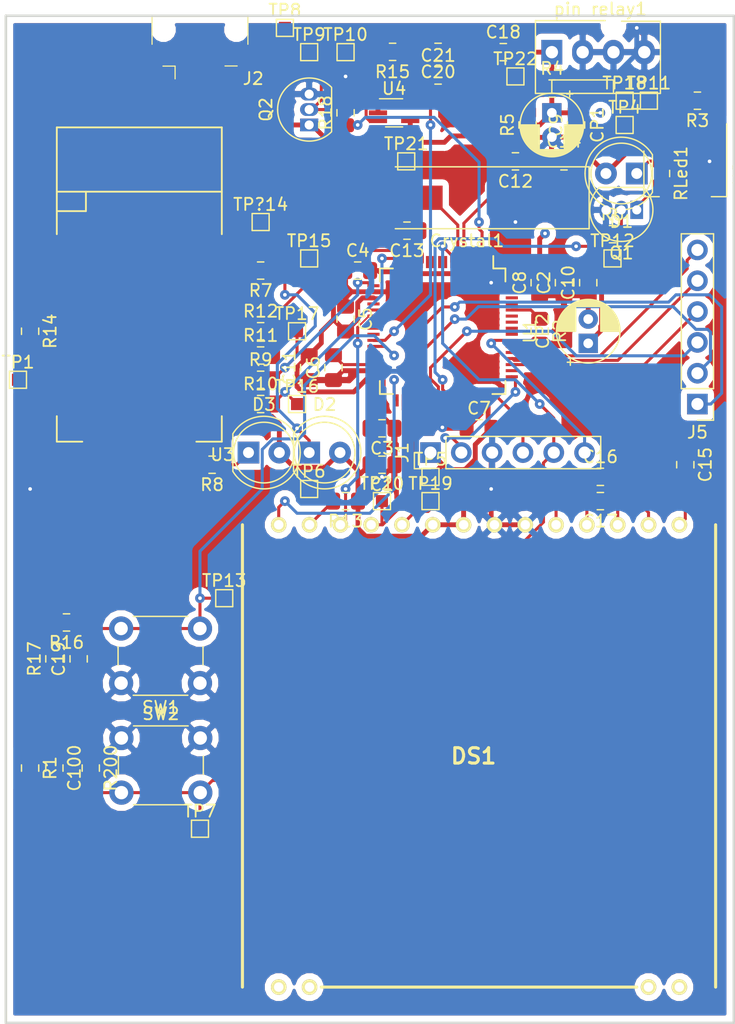
<source format=kicad_pcb>
(kicad_pcb (version 20171130) (host pcbnew "(5.0.2)-1")
  (layers (0 F.Cu signal) (31 B.Cu signal) (34 B.Paste user hide) (35 F.Paste user hide) (36 B.SilkS user hide) (37 F.SilkS user hide) (38 B.Mask user hide) (39 F.Mask user hide) (44 Edge.Cuts user))
  (net 0 "")
  (net 1 GND)
  (net 2 +3V3)
  (net 3 "Net-(C6-Pad2)")
  (net 4 +5V)
  (net 5 "Net-(C12-Pad1)")
  (net 6 "Net-(C13-Pad1)")
  (net 7 /SWCLK)
  (net 8 /SWDIO)
  (net 9 /NRST)
  (net 10 /SWO)
  (net 11 "Net-(J2-Pad4)")
  (net 12 "Net-(J2-Pad3)")
  (net 13 "Net-(J2-Pad2)")
  (net 14 "Net-(R2-Pad1)")
  (net 15 "Net-(R3-Pad1)")
  (net 16 "Net-(R4-Pad1)")
  (net 17 "Net-(U1-Pad3)")
  (net 18 "Net-(U1-Pad4)")
  (net 19 "Net-(U1-Pad8)")
  (net 20 "Net-(U1-Pad9)")
  (net 21 "Net-(U1-Pad10)")
  (net 22 "Net-(U1-Pad11)")
  (net 23 "Net-(U1-Pad20)")
  (net 24 "Net-(U1-Pad21)")
  (net 25 "Net-(U1-Pad23)")
  (net 26 "Net-(U1-Pad24)")
  (net 27 "Net-(U1-Pad25)")
  (net 28 "Net-(U1-Pad28)")
  (net 29 "Net-(U1-Pad29)")
  (net 30 "Net-(U1-Pad35)")
  (net 31 "Net-(U1-Pad37)")
  (net 32 "Net-(U1-Pad42)")
  (net 33 "Net-(U1-Pad43)")
  (net 34 "Net-(U1-Pad44)")
  (net 35 "Net-(U1-Pad45)")
  (net 36 "Net-(U1-Pad50)")
  (net 37 "Net-(U1-Pad54)")
  (net 38 "Net-(U1-Pad56)")
  (net 39 "Net-(U1-Pad57)")
  (net 40 "Net-(U1-Pad58)")
  (net 41 "Net-(U1-Pad59)")
  (net 42 "Net-(U1-Pad61)")
  (net 43 "Net-(U1-Pad62)")
  (net 44 "Net-(R14-Pad1)")
  (net 45 "Net-(Q1-Pad2)")
  (net 46 "Net-(R6-Pad1)")
  (net 47 "Net-(DS1-Pad27)")
  (net 48 "Net-(R12-Pad1)")
  (net 49 "Net-(R11-Pad1)")
  (net 50 "Net-(R10-Pad2)")
  (net 51 "Net-(R10-Pad1)")
  (net 52 "Net-(R9-Pad1)")
  (net 53 "Net-(R9-Pad2)")
  (net 54 "Net-(R8-Pad2)")
  (net 55 "Net-(D3-Pad1)")
  (net 56 "Net-(D2-Pad1)")
  (net 57 "Net-(R7-Pad2)")
  (net 58 "Net-(U3-Pad2)")
  (net 59 "Net-(U3-Pad3)")
  (net 60 "Net-(U3-Pad4)")
  (net 61 "Net-(U3-Pad6)")
  (net 62 "Net-(U3-Pad7)")
  (net 63 "Net-(U3-Pad8)")
  (net 64 "Net-(U3-Pad9)")
  (net 65 "Net-(U3-Pad10)")
  (net 66 "Net-(U3-Pad35)")
  (net 67 "Net-(U3-Pad34)")
  (net 68 "Net-(U3-Pad33)")
  (net 69 "Net-(U3-Pad32)")
  (net 70 "Net-(U3-Pad30)")
  (net 71 "Net-(U3-Pad17)")
  (net 72 "Net-(U3-Pad18)")
  (net 73 "Net-(U3-Pad19)")
  (net 74 "Net-(U3-Pad20)")
  (net 75 "Net-(U3-Pad22)")
  (net 76 "Net-(U3-Pad23)")
  (net 77 "Net-(U3-Pad24)")
  (net 78 /A0)
  (net 79 /SS)
  (net 80 /CLK)
  (net 81 /MOSI)
  (net 82 "Net-(DS1-Pad1)")
  (net 83 "Net-(DS1-Pad2)")
  (net 84 "Net-(DS1-Pad14)")
  (net 85 "Net-(DS1-Pad13)")
  (net 86 "Net-(C16-Pad1)")
  (net 87 "Net-(C17-Pad2)")
  (net 88 "Net-(C17-Pad1)")
  (net 89 "Net-(C16-Pad2)")
  (net 90 "Net-(C15-Pad2)")
  (net 91 "Net-(D1-Pad1)")
  (net 92 "Net-(R12-Pad2)")
  (net 93 "Net-(R11-Pad2)")
  (net 94 "Net-(C21-Pad1)")
  (net 95 "Net-(R15-Pad2)")
  (net 96 "Net-(R18-Pad1)")
  (net 97 "Net-(Q2-Pad2)")
  (net 98 "Net-(C100-Pad1)")
  (net 99 "Net-(C19-Pad1)")
  (net 100 "Net-(C19-Pad2)")
  (net 101 "Net-(Q1-Pad1)")
  (net 102 /GPIO1)
  (net 103 /GPIO2)
  (net 104 /GPIO3)
  (net 105 /GPIO4)
  (net 106 /GPIO5)
  (net 107 /GPIO6)
  (module Package_QFP:LQFP-64_10x10mm_P0.5mm (layer F.Cu) (at 146 76 270)
    (fp_text reference U1 (at 0 -7.2 270) (layer F.SilkS))
    (fp_text value STM32F411RETx)
    (pad 1 smd rect (at -5.7 -3.75 270) (size 1 0.25) (layers F.Cu F.Paste F.Mask) (net 2 +3V3))
    (pad 2 smd rect (at -5.7 -3.25 270) (size 1 0.25) (layers F.Cu F.Paste F.Mask) (net 96 "Net-(R18-Pad1)"))
    (pad 3 smd rect (at -5.7 -2.75 270) (size 1 0.25) (layers F.Cu F.Paste F.Mask) (net 17 "Net-(U1-Pad3)"))
    (pad 4 smd rect (at -5.7 -2.25 270) (size 1 0.25) (layers F.Cu F.Paste F.Mask) (net 18 "Net-(U1-Pad4)"))
    (pad 5 smd rect (at -5.7 -1.75 270) (size 1 0.25) (layers F.Cu F.Paste F.Mask) (net 5 "Net-(C12-Pad1)"))
    (pad 6 smd rect (at -5.7 -1.25 270) (size 1 0.25) (layers F.Cu F.Paste F.Mask) (net 6 "Net-(C13-Pad1)"))
    (pad 7 smd rect (at -5.7 -0.75 270) (size 1 0.25) (layers F.Cu F.Paste F.Mask) (net 9 /NRST))
    (pad 8 smd rect (at -5.7 -0.25 270) (size 1 0.25) (layers F.Cu F.Paste F.Mask) (net 19 "Net-(U1-Pad8)"))
    (pad 9 smd rect (at -5.7 0.25 270) (size 1 0.25) (layers F.Cu F.Paste F.Mask) (net 20 "Net-(U1-Pad9)"))
    (pad 10 smd rect (at -5.7 0.75 270) (size 1 0.25) (layers F.Cu F.Paste F.Mask) (net 21 "Net-(U1-Pad10)"))
    (pad 11 smd rect (at -5.7 1.25 270) (size 1 0.25) (layers F.Cu F.Paste F.Mask) (net 22 "Net-(U1-Pad11)"))
    (pad 12 smd rect (at -5.7 1.75 270) (size 1 0.25) (layers F.Cu F.Paste F.Mask) (net 1 GND))
    (pad 13 smd rect (at -5.7 2.25 270) (size 1 0.25) (layers F.Cu F.Paste F.Mask) (net 2 +3V3))
    (pad 14 smd rect (at -5.7 2.75 270) (size 1 0.25) (layers F.Cu F.Paste F.Mask) (net 93 "Net-(R11-Pad2)"))
    (pad 15 smd rect (at -5.7 3.25 270) (size 1 0.25) (layers F.Cu F.Paste F.Mask) (net 92 "Net-(R12-Pad2)"))
    (pad 16 smd rect (at -5.7 3.75 270) (size 1 0.25) (layers F.Cu F.Paste F.Mask) (net 50 "Net-(R10-Pad2)"))
    (pad 17 smd rect (at -3.75 5.7) (size 1 0.25) (layers F.Cu F.Paste F.Mask) (net 53 "Net-(R9-Pad2)"))
    (pad 18 smd rect (at -3.25 5.7) (size 1 0.25) (layers F.Cu F.Paste F.Mask) (net 1 GND))
    (pad 19 smd rect (at -2.75 5.7) (size 1 0.25) (layers F.Cu F.Paste F.Mask) (net 2 +3V3))
    (pad 20 smd rect (at -2.25 5.7) (size 1 0.25) (layers F.Cu F.Paste F.Mask) (net 23 "Net-(U1-Pad20)"))
    (pad 21 smd rect (at -1.75 5.7) (size 1 0.25) (layers F.Cu F.Paste F.Mask) (net 24 "Net-(U1-Pad21)"))
    (pad 22 smd rect (at -1.25 5.7) (size 1 0.25) (layers F.Cu F.Paste F.Mask) (net 78 /A0))
    (pad 23 smd rect (at -0.75 5.7) (size 1 0.25) (layers F.Cu F.Paste F.Mask) (net 25 "Net-(U1-Pad23)"))
    (pad 24 smd rect (at -0.25 5.7) (size 1 0.25) (layers F.Cu F.Paste F.Mask) (net 26 "Net-(U1-Pad24)"))
    (pad 25 smd rect (at 0.25 5.7) (size 1 0.25) (layers F.Cu F.Paste F.Mask) (net 27 "Net-(U1-Pad25)"))
    (pad 26 smd rect (at 0.75 5.7) (size 1 0.25) (layers F.Cu F.Paste F.Mask) (net 94 "Net-(C21-Pad1)"))
    (pad 27 smd rect (at 1.25 5.7) (size 1 0.25) (layers F.Cu F.Paste F.Mask) (net 100 "Net-(C19-Pad2)"))
    (pad 28 smd rect (at 1.75 5.7) (size 1 0.25) (layers F.Cu F.Paste F.Mask) (net 28 "Net-(U1-Pad28)"))
    (pad 29 smd rect (at 2.25 5.7) (size 1 0.25) (layers F.Cu F.Paste F.Mask) (net 29 "Net-(U1-Pad29)"))
    (pad 30 smd rect (at 2.75 5.7) (size 1 0.25) (layers F.Cu F.Paste F.Mask) (net 3 "Net-(C6-Pad2)"))
    (pad 31 smd rect (at 3.25 5.7) (size 1 0.25) (layers F.Cu F.Paste F.Mask) (net 1 GND))
    (pad 32 smd rect (at 3.75 5.7) (size 1 0.25) (layers F.Cu F.Paste F.Mask) (net 2 +3V3))
    (pad 33 smd rect (at 5.7 3.75 270) (size 1 0.25) (layers F.Cu F.Paste F.Mask) (net 79 /SS))
    (pad 34 smd rect (at 5.7 3.25 270) (size 1 0.25) (layers F.Cu F.Paste F.Mask) (net 80 /CLK))
    (pad 35 smd rect (at 5.7 2.75 270) (size 1 0.25) (layers F.Cu F.Paste F.Mask) (net 30 "Net-(U1-Pad35)"))
    (pad 36 smd rect (at 5.7 2.25 270) (size 1 0.25) (layers F.Cu F.Paste F.Mask) (net 81 /MOSI))
    (pad 37 smd rect (at 5.7 1.75 270) (size 1 0.25) (layers F.Cu F.Paste F.Mask) (net 31 "Net-(U1-Pad37)"))
    (pad 38 smd rect (at 5.7 1.25 270) (size 1 0.25) (layers F.Cu F.Paste F.Mask) (net 102 /GPIO1))
    (pad 39 smd rect (at 5.7 0.75 270) (size 1 0.25) (layers F.Cu F.Paste F.Mask) (net 103 /GPIO2))
    (pad 40 smd rect (at 5.7 0.25 270) (size 1 0.25) (layers F.Cu F.Paste F.Mask) (net 104 /GPIO3))
    (pad 41 smd rect (at 5.7 -0.25 270) (size 1 0.25) (layers F.Cu F.Paste F.Mask) (net 46 "Net-(R6-Pad1)"))
    (pad 42 smd rect (at 5.7 -0.75 270) (size 1 0.25) (layers F.Cu F.Paste F.Mask) (net 32 "Net-(U1-Pad42)"))
    (pad 43 smd rect (at 5.7 -1.25 270) (size 1 0.25) (layers F.Cu F.Paste F.Mask) (net 33 "Net-(U1-Pad43)"))
    (pad 44 smd rect (at 5.7 -1.75 270) (size 1 0.25) (layers F.Cu F.Paste F.Mask) (net 34 "Net-(U1-Pad44)"))
    (pad 45 smd rect (at 5.7 -2.25 270) (size 1 0.25) (layers F.Cu F.Paste F.Mask) (net 35 "Net-(U1-Pad45)"))
    (pad 46 smd rect (at 5.7 -2.75 270) (size 1 0.25) (layers F.Cu F.Paste F.Mask) (net 8 /SWDIO))
    (pad 47 smd rect (at 5.7 -3.25 270) (size 1 0.25) (layers F.Cu F.Paste F.Mask) (net 1 GND))
    (pad 48 smd rect (at 5.7 -3.75 270) (size 1 0.25) (layers F.Cu F.Paste F.Mask) (net 2 +3V3))
    (pad 49 smd rect (at 3.75 -5.7) (size 1 0.25) (layers F.Cu F.Paste F.Mask) (net 7 /SWCLK))
    (pad 50 smd rect (at 3.25 -5.7) (size 1 0.25) (layers F.Cu F.Paste F.Mask) (net 36 "Net-(U1-Pad50)"))
    (pad 51 smd rect (at 2.75 -5.7) (size 1 0.25) (layers F.Cu F.Paste F.Mask) (net 105 /GPIO4))
    (pad 52 smd rect (at 2.25 -5.7) (size 1 0.25) (layers F.Cu F.Paste F.Mask) (net 106 /GPIO5))
    (pad 53 smd rect (at 1.75 -5.7) (size 1 0.25) (layers F.Cu F.Paste F.Mask) (net 107 /GPIO6))
    (pad 54 smd rect (at 1.25 -5.7) (size 1 0.25) (layers F.Cu F.Paste F.Mask) (net 37 "Net-(U1-Pad54)"))
    (pad 55 smd rect (at 0.75 -5.7) (size 1 0.25) (layers F.Cu F.Paste F.Mask) (net 10 /SWO))
    (pad 56 smd rect (at 0.25 -5.7) (size 1 0.25) (layers F.Cu F.Paste F.Mask) (net 38 "Net-(U1-Pad56)"))
    (pad 57 smd rect (at -0.25 -5.7) (size 1 0.25) (layers F.Cu F.Paste F.Mask) (net 39 "Net-(U1-Pad57)"))
    (pad 58 smd rect (at -0.75 -5.7) (size 1 0.25) (layers F.Cu F.Paste F.Mask) (net 40 "Net-(U1-Pad58)"))
    (pad 59 smd rect (at -1.25 -5.7) (size 1 0.25) (layers F.Cu F.Paste F.Mask) (net 41 "Net-(U1-Pad59)"))
    (pad 60 smd rect (at -1.75 -5.7) (size 1 0.25) (layers F.Cu F.Paste F.Mask) (net 14 "Net-(R2-Pad1)"))
    (pad 61 smd rect (at -2.25 -5.7) (size 1 0.25) (layers F.Cu F.Paste F.Mask) (net 42 "Net-(U1-Pad61)"))
    (pad 62 smd rect (at -2.75 -5.7) (size 1 0.25) (layers F.Cu F.Paste F.Mask) (net 43 "Net-(U1-Pad62)"))
    (pad 63 smd rect (at -3.25 -5.7) (size 1 0.25) (layers F.Cu F.Paste F.Mask) (net 1 GND))
    (pad 64 smd rect (at -3.75 -5.7) (size 1 0.25) (layers F.Cu F.Paste F.Mask) (net 2 +3V3))
  )
  (module Connector_PinHeader_2.54mm:PinHeader_1x06_P2.54mm_Vertical (layer F.Cu) (at 167 82 180)
    (fp_text reference J5 (at 0 -2.33 180) (layer F.SilkS))
    (fp_text value Conn_01x06_Male)
    (pad 1 thru_hole rect (at 0 0 180) (size 1.7 1.7) (drill 1) (layers *.Cu *.Mask) (net 102 /GPIO1))
    (pad 2 thru_hole oval (at 0 2.54 180) (size 1.7 1.7) (drill 1) (layers *.Cu *.Mask) (net 103 /GPIO2))
    (pad 3 thru_hole oval (at 0 5.08 180) (size 1.7 1.7) (drill 1) (layers *.Cu *.Mask) (net 104 /GPIO3))
    (pad 4 thru_hole oval (at 0 7.62 180) (size 1.7 1.7) (drill 1) (layers *.Cu *.Mask) (net 105 /GPIO4))
    (pad 5 thru_hole oval (at 0 10.16 180) (size 1.7 1.7) (drill 1) (layers *.Cu *.Mask) (net 106 /GPIO5))
    (pad 6 thru_hole oval (at 0 12.7 180) (size 1.7 1.7) (drill 1) (layers *.Cu *.Mask) (net 107 /GPIO6))
  )
  (module TestPoint:TestPoint_Pad_1.0x1.0mm (layer F.Cu) (at 128 98)
    (fp_text reference TP13 (at 0 -1.448) (layer F.SilkS))
    (fp_text value TestPoint)
    (pad 1 smd rect (at 0 0) (size 1 1) (layers F.Cu F.Mask) (net 100 "Net-(C19-Pad2)"))
  )
  (module TestPoint:TestPoint_Pad_1.0x1.0mm (layer F.Cu) (at 131 67)
    (fp_text reference TP?14 (at 0 -1.448) (layer F.SilkS))
    (fp_text value TestPoint)
    (pad 1 smd rect (at 0 0) (size 1 1) (layers F.Cu F.Mask) (net 93 "Net-(R11-Pad2)"))
  )
  (module TestPoint:TestPoint_Pad_1.0x1.0mm (layer F.Cu) (at 152 55)
    (fp_text reference TP22 (at 0 -1.448) (layer F.SilkS))
    (fp_text value TestPoint)
    (pad 1 smd rect (at 0 0) (size 1 1) (layers F.Cu F.Mask) (net 4 +5V))
  )
  (module TestPoint:TestPoint_Pad_1.0x1.0mm (layer F.Cu) (at 143 62)
    (fp_text reference TP21 (at 0 -1.448) (layer F.SilkS))
    (fp_text value TestPoint)
    (pad 1 smd rect (at 0 0) (size 1 1) (layers F.Cu F.Mask) (net 4 +5V))
  )
  (module TestPoint:TestPoint_Pad_1.0x1.0mm (layer F.Cu) (at 141 90)
    (fp_text reference TP20 (at 0 -1.448) (layer F.SilkS))
    (fp_text value TestPoint)
    (pad 1 smd rect (at 0 0) (size 1 1) (layers F.Cu F.Mask) (net 80 /CLK))
  )
  (module TestPoint:TestPoint_Pad_1.0x1.0mm (layer F.Cu) (at 145 90)
    (fp_text reference TP19 (at 0 -1.448) (layer F.SilkS))
    (fp_text value TestPoint)
    (pad 1 smd rect (at 0 0) (size 1 1) (layers F.Cu F.Mask) (net 81 /MOSI))
  )
  (module TestPoint:TestPoint_Pad_1.0x1.0mm (layer F.Cu) (at 161 57)
    (fp_text reference TP18 (at 0 -1.448) (layer F.SilkS))
    (fp_text value TestPoint)
    (pad 1 smd rect (at 0 0) (size 1 1) (layers F.Cu F.Mask) (net 2 +3V3))
  )
  (module TestPoint:TestPoint_Pad_1.0x1.0mm (layer F.Cu) (at 134 76)
    (fp_text reference TP17 (at 0 -1.448) (layer F.SilkS))
    (fp_text value TestPoint)
    (pad 1 smd rect (at 0 0) (size 1 1) (layers F.Cu F.Mask) (net 53 "Net-(R9-Pad2)"))
  )
  (module TestPoint:TestPoint_Pad_1.0x1.0mm (layer F.Cu) (at 134 82)
    (fp_text reference TP16 (at 0 -1.448) (layer F.SilkS))
    (fp_text value TestPoint)
    (pad 1 smd rect (at 0 0) (size 1 1) (layers F.Cu F.Mask) (net 50 "Net-(R10-Pad2)"))
  )
  (module TestPoint:TestPoint_Pad_1.0x1.0mm (layer F.Cu) (at 135 70)
    (fp_text reference TP15 (at 0 -1.448) (layer F.SilkS))
    (fp_text value TestPoint)
    (pad 1 smd rect (at 0 0) (size 1 1) (layers F.Cu F.Mask) (net 92 "Net-(R12-Pad2)"))
  )
  (module TestPoint:TestPoint_Pad_1.0x1.0mm (layer F.Cu) (at 138 53)
    (fp_text reference TP10 (at 0 -1.448) (layer F.SilkS))
    (fp_text value TestPoint)
    (pad 1 smd rect (at 0 0) (size 1 1) (layers F.Cu F.Mask) (net 95 "Net-(R15-Pad2)"))
  )
  (module TestPoint:TestPoint_Pad_1.0x1.0mm (layer F.Cu) (at 135 53)
    (fp_text reference TP9 (at 0 -1.448) (layer F.SilkS))
    (fp_text value TestPoint)
    (pad 1 smd rect (at 0 0) (size 1 1) (layers F.Cu F.Mask) (net 97 "Net-(Q2-Pad2)"))
  )
  (module TestPoint:TestPoint_Pad_1.0x1.0mm (layer F.Cu) (at 133 51)
    (fp_text reference TP8 (at 0 -1.448) (layer F.SilkS))
    (fp_text value TestPoint)
    (pad 1 smd rect (at 0 0) (size 1 1) (layers F.Cu F.Mask) (net 1 GND))
  )
  (module TestPoint:TestPoint_Pad_1.0x1.0mm (layer F.Cu) (at 126 117)
    (fp_text reference TP7 (at 0 -1.448) (layer F.SilkS))
    (fp_text value TestPoint)
    (pad 1 smd rect (at 0 0) (size 1 1) (layers F.Cu F.Mask) (net 9 /NRST))
  )
  (module TestPoint:TestPoint_Pad_1.0x1.0mm (layer F.Cu) (at 135 89)
    (fp_text reference TP6 (at 0 -1.448) (layer F.SilkS))
    (fp_text value TestPoint)
    (pad 1 smd rect (at 0 0) (size 1 1) (layers F.Cu F.Mask) (net 2 +3V3))
  )
  (module TestPoint:TestPoint_Pad_1.0x1.0mm (layer F.Cu) (at 145 88)
    (fp_text reference TP5 (at 0 -1.448) (layer F.SilkS))
    (fp_text value TestPoint)
    (pad 1 smd rect (at 0 0) (size 1 1) (layers F.Cu F.Mask) (net 2 +3V3))
  )
  (module TestPoint:TestPoint_Pad_1.0x1.0mm (layer F.Cu) (at 161 59)
    (fp_text reference TP4 (at 0 -1.448) (layer F.SilkS))
    (fp_text value TestPoint)
    (pad 1 smd rect (at 0 0) (size 1 1) (layers F.Cu F.Mask) (net 4 +5V))
  )
  (module TestPoint:TestPoint_Pad_1.0x1.0mm (layer F.Cu) (at 163 57)
    (fp_text reference TP11 (at 0 -1.448) (layer F.SilkS))
    (fp_text value TestPoint)
    (pad 1 smd rect (at 0 0) (size 1 1) (layers F.Cu F.Mask) (net 91 "Net-(D1-Pad1)"))
  )
  (module TestPoint:TestPoint_Pad_1.0x1.0mm (layer F.Cu) (at 111 80)
    (fp_text reference TP1 (at 0 -1.448) (layer F.SilkS))
    (fp_text value TestPoint)
    (pad 1 smd rect (at 0 0) (size 1 1) (layers F.Cu F.Mask) (net 2 +3V3))
  )
  (module TestPoint:TestPoint_Pad_1.0x1.0mm (layer F.Cu) (at 160 70)
    (fp_text reference TP12 (at 0 -1.448) (layer F.SilkS))
    (fp_text value TestPoint)
    (pad 1 smd rect (at 0 0) (size 1 1) (layers F.Cu F.Mask) (net 46 "Net-(R6-Pad1)"))
  )
  (module Package_TO_SOT_SMD:SOT-223 (layer F.Cu) (at 166 63 270)
    (fp_text reference U2 (at 0 -4.5 270) (layer F.SilkS))
    (fp_text value LM1117ADJ)
    (pad 4 smd rect (at 3.15 0 270) (size 2 3.8) (layers F.Cu F.Paste F.Mask) (net 2 +3V3))
    (pad 2 smd rect (at -3.15 0 270) (size 2 1.5) (layers F.Cu F.Paste F.Mask) (net 2 +3V3))
    (pad 3 smd rect (at -3.15 2.3 270) (size 2 1.5) (layers F.Cu F.Paste F.Mask) (net 4 +5V))
    (pad 1 smd rect (at -3.15 -2.3 270) (size 2 1.5) (layers F.Cu F.Paste F.Mask) (net 15 "Net-(R3-Pad1)"))
  )
  (module Resistor_SMD:R_0805_2012Metric_Pad1.15x1.40mm_HandSolder (layer F.Cu) (at 164 63 270)
    (fp_text reference RLed1 (at 0 -1.65 270) (layer F.SilkS))
    (fp_text value 160)
    (pad 1 smd roundrect (at -1.025 0 270) (size 1.15 1.4) (layers F.Cu F.Paste F.Mask) (roundrect_rratio 0.217391) (net 91 "Net-(D1-Pad1)"))
    (pad 2 smd roundrect (at 1.025 0 270) (size 1.15 1.4) (layers F.Cu F.Paste F.Mask) (roundrect_rratio 0.217391) (net 101 "Net-(Q1-Pad1)"))
  )
  (module Resistor_SMD:R_0805_2012Metric_Pad1.15x1.40mm_HandSolder (layer F.Cu) (at 112 112 270)
    (fp_text reference R1 (at 0 -1.65 270) (layer F.SilkS))
    (fp_text value 4700)
    (pad 1 smd roundrect (at -1.025 0 270) (size 1.15 1.4) (layers F.Cu F.Paste F.Mask) (roundrect_rratio 0.217391) (net 2 +3V3))
    (pad 2 smd roundrect (at 1.025 0 270) (size 1.15 1.4) (layers F.Cu F.Paste F.Mask) (roundrect_rratio 0.217391) (net 9 /NRST))
  )
  (module EA_DOGS102W-6:EA-DOGS102W-6 (layer F.Cu) (at 149 111)
    (fp_text reference DS1 (at -0.45365 0.01496) (layer F.SilkS) (effects (font (size 1.27 1.27) (thickness 0.254))))
    (fp_text value EA_DOGS102W-6 hide)
    (pad 1 thru_hole circle (at -16.51 19.05 90) (size 1.28 1.28) (drill 0.78) (layers *.Cu *.Mask F.SilkS) (net 82 "Net-(DS1-Pad1)"))
    (pad 2 thru_hole circle (at -13.97 19.05 90) (size 1.28 1.28) (drill 0.78) (layers *.Cu *.Mask F.SilkS) (net 83 "Net-(DS1-Pad2)"))
    (pad 14 thru_hole circle (at 16.51 19.05 90) (size 1.28 1.28) (drill 0.78) (layers *.Cu *.Mask F.SilkS) (net 84 "Net-(DS1-Pad14)"))
    (pad 13 thru_hole circle (at 13.97 19.05 90) (size 1.28 1.28) (drill 0.78) (layers *.Cu *.Mask F.SilkS) (net 85 "Net-(DS1-Pad13)"))
    (pad 28 thru_hole circle (at -16.51 -19.05 90) (size 1.28 1.28) (drill 0.78) (layers *.Cu *.Mask F.SilkS) (net 79 /SS))
    (pad 27 thru_hole circle (at -13.97 -19.05 90) (size 1.28 1.28) (drill 0.78) (layers *.Cu *.Mask F.SilkS) (net 47 "Net-(DS1-Pad27)"))
    (pad 26 thru_hole circle (at -11.43 -19.05 90) (size 1.28 1.28) (drill 0.78) (layers *.Cu *.Mask F.SilkS) (net 78 /A0))
    (pad 25 thru_hole circle (at -8.89 -19.05 90) (size 1.28 1.28) (drill 0.78) (layers *.Cu *.Mask F.SilkS) (net 80 /CLK))
    (pad 24 thru_hole circle (at -6.35 -19.05 90) (size 1.28 1.28) (drill 0.78) (layers *.Cu *.Mask F.SilkS) (net 81 /MOSI))
    (pad 23 thru_hole circle (at -3.81 -19.05 90) (size 1.28 1.28) (drill 0.78) (layers *.Cu *.Mask F.SilkS) (net 2 +3V3))
    (pad 22 thru_hole circle (at -1.27 -19.05 90) (size 1.28 1.28) (drill 0.78) (layers *.Cu *.Mask F.SilkS) (net 2 +3V3))
    (pad 21 thru_hole circle (at 1.27 -19.05 90) (size 1.28 1.28) (drill 0.78) (layers *.Cu *.Mask F.SilkS) (net 1 GND))
    (pad 20 thru_hole circle (at 3.81 -19.05 90) (size 1.28 1.28) (drill 0.78) (layers *.Cu *.Mask F.SilkS) (net 1 GND))
    (pad 19 thru_hole circle (at 6.35 -19.05 90) (size 1.28 1.28) (drill 0.78) (layers *.Cu *.Mask F.SilkS) (net 86 "Net-(C16-Pad1)"))
    (pad 18 thru_hole circle (at 8.89 -19.05 90) (size 1.28 1.28) (drill 0.78) (layers *.Cu *.Mask F.SilkS) (net 87 "Net-(C17-Pad2)"))
    (pad 17 thru_hole circle (at 11.43 -19.05 90) (size 1.28 1.28) (drill 0.78) (layers *.Cu *.Mask F.SilkS) (net 88 "Net-(C17-Pad1)"))
    (pad 16 thru_hole circle (at 13.97 -19.05 90) (size 1.28 1.28) (drill 0.78) (layers *.Cu *.Mask F.SilkS) (net 89 "Net-(C16-Pad2)"))
    (pad 15 thru_hole circle (at 16.51 -19.05 90) (size 1.28 1.28) (drill 0.78) (layers *.Cu *.Mask F.SilkS) (net 90 "Net-(C15-Pad2)"))
  )
  (module Button_Switch_THT:SW_PUSH_6mm_H4.3mm (layer F.Cu) (at 119.525001 109.525001)
    (fp_text reference SW2 (at 3.25 -2) (layer F.SilkS))
    (fp_text value SW_Push)
    (pad 2 thru_hole circle (at 0 4.5 90) (size 2 2) (drill 1.1) (layers *.Cu *.Mask) (net 9 /NRST))
    (pad 1 thru_hole circle (at 0 0 90) (size 2 2) (drill 1.1) (layers *.Cu *.Mask) (net 1 GND))
    (pad 2 thru_hole circle (at 6.5 4.5 90) (size 2 2) (drill 1.1) (layers *.Cu *.Mask) (net 9 /NRST))
    (pad 1 thru_hole circle (at 6.5 0 90) (size 2 2) (drill 1.1) (layers *.Cu *.Mask) (net 1 GND))
  )
  (module Capacitor_SMD:C_0805_2012Metric_Pad1.15x1.40mm_HandSolder (layer F.Cu) (at 114 112 270)
    (fp_text reference C100 (at 0 -1.65 270) (layer F.SilkS))
    (fp_text value 100n)
    (pad 1 smd roundrect (at -1.025 0 270) (size 1.15 1.4) (layers F.Cu F.Paste F.Mask) (roundrect_rratio 0.217391) (net 98 "Net-(C100-Pad1)"))
    (pad 2 smd roundrect (at 1.025 0 270) (size 1.15 1.4) (layers F.Cu F.Paste F.Mask) (roundrect_rratio 0.217391) (net 9 /NRST))
  )
  (module Package_TO_SOT_THT:TO-92_Inline (layer F.Cu) (at 135 59 90)
    (fp_text reference Q2 (at 1.27 -3.56 90) (layer F.SilkS))
    (fp_text value BC547)
    (pad 2 thru_hole oval (at 1.27 0 90) (size 1.05 1.5) (drill 0.75) (layers *.Cu *.Mask) (net 97 "Net-(Q2-Pad2)"))
    (pad 3 thru_hole oval (at 2.54 0 90) (size 1.05 1.5) (drill 0.75) (layers *.Cu *.Mask) (net 1 GND))
    (pad 1 thru_hole rect (at 0 0 90) (size 1.05 1.5) (drill 0.75) (layers *.Cu *.Mask) (net 4 +5V))
  )
  (module Resistor_SMD:R_0805_2012Metric_Pad1.15x1.40mm_HandSolder (layer F.Cu) (at 115 100 180)
    (fp_text reference R16 (at 0 -1.65 180) (layer F.SilkS))
    (fp_text value 4700)
    (pad 2 smd roundrect (at 1.025 0 180) (size 1.15 1.4) (layers F.Cu F.Paste F.Mask) (roundrect_rratio 0.217391) (net 2 +3V3))
    (pad 1 smd roundrect (at -1.025 0 180) (size 1.15 1.4) (layers F.Cu F.Paste F.Mask) (roundrect_rratio 0.217391) (net 100 "Net-(C19-Pad2)"))
  )
  (module Resistor_SMD:R_0805_2012Metric_Pad1.15x1.40mm_HandSolder (layer F.Cu) (at 114 103 90)
    (fp_text reference R17 (at 0 -1.65 90) (layer F.SilkS))
    (fp_text value 100)
    (pad 1 smd roundrect (at -1.025 0 90) (size 1.15 1.4) (layers F.Cu F.Paste F.Mask) (roundrect_rratio 0.217391) (net 1 GND))
    (pad 2 smd roundrect (at 1.025 0 90) (size 1.15 1.4) (layers F.Cu F.Paste F.Mask) (roundrect_rratio 0.217391) (net 99 "Net-(C19-Pad1)"))
  )
  (module Resistor_SMD:R_0805_2012Metric_Pad1.15x1.40mm_HandSolder (layer F.Cu) (at 117 112 270)
    (fp_text reference R200 (at 0 -1.65 270) (layer F.SilkS))
    (fp_text value 100)
    (pad 2 smd roundrect (at 1.025 0 270) (size 1.15 1.4) (layers F.Cu F.Paste F.Mask) (roundrect_rratio 0.217391) (net 98 "Net-(C100-Pad1)"))
    (pad 1 smd roundrect (at -1.025 0 270) (size 1.15 1.4) (layers F.Cu F.Paste F.Mask) (roundrect_rratio 0.217391) (net 1 GND))
  )
  (module Resistor_SMD:R_0805_2012Metric_Pad1.15x1.40mm_HandSolder (layer F.Cu) (at 138 58 90)
    (fp_text reference R18 (at 0 -1.65 90) (layer F.SilkS))
    (fp_text value 10k)
    (pad 1 smd roundrect (at -1.025 0 90) (size 1.15 1.4) (layers F.Cu F.Paste F.Mask) (roundrect_rratio 0.217391) (net 96 "Net-(R18-Pad1)"))
    (pad 2 smd roundrect (at 1.025 0 90) (size 1.15 1.4) (layers F.Cu F.Paste F.Mask) (roundrect_rratio 0.217391) (net 97 "Net-(Q2-Pad2)"))
  )
  (module Capacitor_SMD:C_0805_2012Metric_Pad1.15x1.40mm_HandSolder (layer F.Cu) (at 145.625001 54.925001)
    (fp_text reference C21 (at 0 -1.65) (layer F.SilkS))
    (fp_text value 1u)
    (pad 1 smd roundrect (at -1.025 0) (size 1.15 1.4) (layers F.Cu F.Paste F.Mask) (roundrect_rratio 0.217391) (net 94 "Net-(C21-Pad1)"))
    (pad 2 smd roundrect (at 1.025 0) (size 1.15 1.4) (layers F.Cu F.Paste F.Mask) (roundrect_rratio 0.217391) (net 1 GND))
  )
  (module Capacitor_SMD:C_0805_2012Metric_Pad1.15x1.40mm_HandSolder (layer F.Cu) (at 145.625001 52.975001 180)
    (fp_text reference C20 (at 0 -1.65 180) (layer F.SilkS))
    (fp_text value 0.01u)
    (pad 2 smd roundrect (at 1.025 0 180) (size 1.15 1.4) (layers F.Cu F.Paste F.Mask) (roundrect_rratio 0.217391) (net 1 GND))
    (pad 1 smd roundrect (at -1.025 0 180) (size 1.15 1.4) (layers F.Cu F.Paste F.Mask) (roundrect_rratio 0.217391) (net 4 +5V))
  )
  (module Capacitor_SMD:C_0805_2012Metric_Pad1.15x1.40mm_HandSolder (layer F.Cu) (at 116 103 90)
    (fp_text reference C19 (at 0 -1.65 90) (layer F.SilkS))
    (fp_text value 100n)
    (pad 1 smd roundrect (at -1.025 0 90) (size 1.15 1.4) (layers F.Cu F.Paste F.Mask) (roundrect_rratio 0.217391) (net 99 "Net-(C19-Pad1)"))
    (pad 2 smd roundrect (at 1.025 0 90) (size 1.15 1.4) (layers F.Cu F.Paste F.Mask) (roundrect_rratio 0.217391) (net 100 "Net-(C19-Pad2)"))
  )
  (module Package_TO_SOT_SMD:SOT-353_SC-70-5_Handsoldering (layer F.Cu) (at 142 58)
    (fp_text reference U4 (at 0 -2) (layer F.SilkS))
    (fp_text value LMT84DCK)
    (pad 1 smd rect (at -1.33 -0.65) (size 1.5 0.4) (layers F.Cu F.Paste F.Mask) (net 1 GND))
    (pad 2 smd rect (at -1.33 0) (size 1.5 0.4) (layers F.Cu F.Paste F.Mask) (net 1 GND))
    (pad 3 smd rect (at -1.33 0.65) (size 1.5 0.4) (layers F.Cu F.Paste F.Mask) (net 95 "Net-(R15-Pad2)"))
    (pad 4 smd rect (at 1.33 0.65) (size 1.5 0.4) (layers F.Cu F.Paste F.Mask) (net 4 +5V))
    (pad 5 smd rect (at 1.33 -0.65) (size 1.5 0.4) (layers F.Cu F.Paste F.Mask) (net 1 GND))
  )
  (module Resistor_SMD:R_0805_2012Metric_Pad1.15x1.40mm_HandSolder (layer F.Cu) (at 141.875001 52.975001 180)
    (fp_text reference R15 (at 0 -1.65 180) (layer F.SilkS))
    (fp_text value 820)
    (pad 1 smd roundrect (at -1.025 0 180) (size 1.15 1.4) (layers F.Cu F.Paste F.Mask) (roundrect_rratio 0.217391) (net 94 "Net-(C21-Pad1)"))
    (pad 2 smd roundrect (at 1.025 0 180) (size 1.15 1.4) (layers F.Cu F.Paste F.Mask) (roundrect_rratio 0.217391) (net 95 "Net-(R15-Pad2)"))
  )
  (module Connector_USB:USB_Mini-B_AdamTech_MUSB-B5-S-VT-TSMT-1_SMD_Vertical (layer F.Cu) (at 126 53 90)
    (fp_text reference J2 (at -2.18 4.39 -180) (layer F.SilkS))
    (fp_text value USB_OTG)
    (pad "" np_thru_hole circle (at 1.85 3 180) (size 1 1) (drill 1) (layers *.Cu *.Mask))
    (pad "" np_thru_hole circle (at 1.85 -3 180) (size 1 1) (drill 1) (layers *.Cu *.Mask))
    (pad 5 smd rect (at -1.6 1.6 180) (size 0.5 1.5) (layers F.Cu F.Paste F.Mask) (net 1 GND))
    (pad 4 smd rect (at -1.6 0.8 180) (size 0.5 1.5) (layers F.Cu F.Paste F.Mask) (net 11 "Net-(J2-Pad4)"))
    (pad 3 smd rect (at -1.6 0 180) (size 0.5 1.5) (layers F.Cu F.Paste F.Mask) (net 12 "Net-(J2-Pad3)"))
    (pad 2 smd rect (at -1.6 -0.8 180) (size 0.5 1.5) (layers F.Cu F.Paste F.Mask) (net 13 "Net-(J2-Pad2)"))
    (pad 1 smd rect (at -1.6 -1.6 180) (size 0.5 1.5) (layers F.Cu F.Paste F.Mask) (net 4 +5V))
    (pad 6 smd rect (at -0.45 4.75 180) (size 3 1.8) (layers F.Cu F.Paste F.Mask) (net 1 GND))
    (pad 6 smd rect (at -0.45 -4.75 180) (size 3 1.8) (layers F.Cu F.Paste F.Mask) (net 1 GND))
  )
  (module RF_Module:RN42 (layer F.Cu) (at 121 75)
    (fp_text reference U3 (at 6.858 11.176) (layer F.SilkS))
    (fp_text value RN42)
    (pad 1 smd oval (at -6.4 -6) (size 2 0.8) (layers F.Cu F.Paste F.Mask) (net 1 GND))
    (pad 2 smd oval (at -6.4 -4.8) (size 2 0.8) (layers F.Cu F.Paste F.Mask) (net 58 "Net-(U3-Pad2)"))
    (pad 3 smd oval (at -6.4 -3.6) (size 2 0.8) (layers F.Cu F.Paste F.Mask) (net 59 "Net-(U3-Pad3)"))
    (pad 4 smd oval (at -6.4 -2.4) (size 2 0.8) (layers F.Cu F.Paste F.Mask) (net 60 "Net-(U3-Pad4)"))
    (pad 5 smd oval (at -6.4 -1.2) (size 2 0.8) (layers F.Cu F.Paste F.Mask) (net 44 "Net-(R14-Pad1)"))
    (pad 6 smd oval (at -6.4 0) (size 2 0.8) (layers F.Cu F.Paste F.Mask) (net 61 "Net-(U3-Pad6)"))
    (pad 7 smd oval (at -6.4 1.2) (size 2 0.8) (layers F.Cu F.Paste F.Mask) (net 62 "Net-(U3-Pad7)"))
    (pad 8 smd oval (at -6.4 2.4) (size 2 0.8) (layers F.Cu F.Paste F.Mask) (net 63 "Net-(U3-Pad8)"))
    (pad 9 smd oval (at -6.4 3.6) (size 2 0.8) (layers F.Cu F.Paste F.Mask) (net 64 "Net-(U3-Pad9)"))
    (pad 10 smd oval (at -6.4 4.8) (size 2 0.8) (layers F.Cu F.Paste F.Mask) (net 65 "Net-(U3-Pad10)"))
    (pad 11 smd oval (at -6.4 6) (size 2 0.8) (layers F.Cu F.Paste F.Mask) (net 2 +3V3))
    (pad 12 smd oval (at -6.4 7.2) (size 2 0.8) (layers F.Cu F.Paste F.Mask) (net 1 GND))
    (pad 35 smd oval (at -4.1 9.7 90) (size 2 0.8) (layers F.Cu F.Paste F.Mask) (net 66 "Net-(U3-Pad35)"))
    (pad 29 smd oval (at -3.1 9.7 90) (size 2 0.8) (layers F.Cu F.Paste F.Mask) (net 1 GND))
    (pad 34 smd oval (at -1.8 9.7 90) (size 2 0.8) (layers F.Cu F.Paste F.Mask) (net 67 "Net-(U3-Pad34)"))
    (pad 33 smd oval (at -0.6 9.7 90) (size 2 0.8) (layers F.Cu F.Paste F.Mask) (net 68 "Net-(U3-Pad33)"))
    (pad 32 smd oval (at 0.6 9.7 90) (size 2 0.8) (layers F.Cu F.Paste F.Mask) (net 69 "Net-(U3-Pad32)"))
    (pad 31 smd oval (at 1.8 9.7 90) (size 2 0.8) (layers F.Cu F.Paste F.Mask) (net 54 "Net-(R8-Pad2)"))
    (pad 28 smd oval (at 3.1 9.7 90) (size 2 0.8) (layers F.Cu F.Paste F.Mask) (net 1 GND))
    (pad 30 smd oval (at 4.1 9.7 90) (size 2 0.8) (layers F.Cu F.Paste F.Mask) (net 70 "Net-(U3-Pad30)"))
    (pad 13 smd oval (at 6.4 7.2) (size 2 0.8) (layers F.Cu F.Paste F.Mask) (net 51 "Net-(R10-Pad1)"))
    (pad 14 smd oval (at 6.4 6) (size 2 0.8) (layers F.Cu F.Paste F.Mask) (net 52 "Net-(R9-Pad1)"))
    (pad 15 smd oval (at 6.4 4.8) (size 2 0.8) (layers F.Cu F.Paste F.Mask) (net 49 "Net-(R11-Pad1)"))
    (pad 16 smd oval (at 6.4 3.6) (size 2 0.8) (layers F.Cu F.Paste F.Mask) (net 48 "Net-(R12-Pad1)"))
    (pad 17 smd oval (at 6.4 2.4) (size 2 0.8) (layers F.Cu F.Paste F.Mask) (net 71 "Net-(U3-Pad17)"))
    (pad 18 smd oval (at 6.4 1.2) (size 2 0.8) (layers F.Cu F.Paste F.Mask) (net 72 "Net-(U3-Pad18)"))
    (pad 19 smd oval (at 6.4 0) (size 2 0.8) (layers F.Cu F.Paste F.Mask) (net 73 "Net-(U3-Pad19)"))
    (pad 20 smd oval (at 6.4 -1.2) (size 2 0.8) (layers F.Cu F.Paste F.Mask) (net 74 "Net-(U3-Pad20)"))
    (pad 21 smd oval (at 6.4 -2.4) (size 2 0.8) (layers F.Cu F.Paste F.Mask) (net 57 "Net-(R7-Pad2)"))
    (pad 22 smd oval (at 6.4 -3.6) (size 2 0.8) (layers F.Cu F.Paste F.Mask) (net 75 "Net-(U3-Pad22)"))
    (pad 23 smd oval (at 6.4 -4.8) (size 2 0.8) (layers F.Cu F.Paste F.Mask) (net 76 "Net-(U3-Pad23)"))
    (pad 24 smd oval (at 6.4 -6) (size 2 0.8) (layers F.Cu F.Paste F.Mask) (net 77 "Net-(U3-Pad24)"))
    (pad 36 smd rect (at -5.6 9.3) (size 1.8 1) (layers F.Cu F.Paste F.Mask) (net 1 GND))
    (pad 36 smd rect (at 5.6 9.3) (size 1.8 1) (layers F.Cu F.Paste F.Mask) (net 1 GND))
    (pad 36 smd rect (at 5.6 -9.7) (size 1.8 1) (layers F.Cu F.Paste F.Mask) (net 1 GND))
    (pad 36 smd rect (at -5.6 -9.7) (size 1.8 1) (layers F.Cu F.Paste F.Mask) (net 1 GND))
  )
  (module Button_Switch_THT:SW_PUSH_6mm_H4.3mm (layer F.Cu) (at 126 105 180)
    (fp_text reference SW1 (at 3.25 -2 180) (layer F.SilkS))
    (fp_text value SW_Push)
    (pad 2 thru_hole circle (at 0 4.5 270) (size 2 2) (drill 1.1) (layers *.Cu *.Mask) (net 100 "Net-(C19-Pad2)"))
    (pad 1 thru_hole circle (at 0 0 270) (size 2 2) (drill 1.1) (layers *.Cu *.Mask) (net 1 GND))
    (pad 2 thru_hole circle (at 6.5 4.5 270) (size 2 2) (drill 1.1) (layers *.Cu *.Mask) (net 100 "Net-(C19-Pad2)"))
    (pad 1 thru_hole circle (at 6.5 0 270) (size 2 2) (drill 1.1) (layers *.Cu *.Mask) (net 1 GND))
  )
  (module Capacitor_SMD:C_0805_2012Metric_Pad1.15x1.40mm_HandSolder (layer F.Cu) (at 151 53)
    (fp_text reference C18 (at 0 -1.65) (layer F.SilkS))
    (fp_text value 100n)
    (pad 1 smd roundrect (at -1.025 0) (size 1.15 1.4) (layers F.Cu F.Paste F.Mask) (roundrect_rratio 0.217391) (net 1 GND))
    (pad 2 smd roundrect (at 1.025 0) (size 1.15 1.4) (layers F.Cu F.Paste F.Mask) (roundrect_rratio 0.217391) (net 4 +5V))
  )
  (module Connector:FanPinHeader_1x04_P2.54mm_Vertical (layer F.Cu) (at 155 53)
    (fp_text reference pin_relay1 (at 4 -3.55) (layer F.SilkS))
    (fp_text value Conn_01x04_Male)
    (pad 1 thru_hole rect (at 0 0 90) (size 2.03 1.73) (drill 1.02) (layers *.Cu *.Mask) (net 4 +5V))
    (pad 2 thru_hole oval (at 2.54 0 90) (size 2.03 1.73) (drill 1.02) (layers *.Cu *.Mask) (net 1 GND))
    (pad 3 thru_hole oval (at 5.08 0 90) (size 2.03 1.73) (drill 1.02) (layers *.Cu *.Mask) (net 1 GND))
    (pad 4 thru_hole oval (at 7.62 0 90) (size 2.03 1.73) (drill 1.02) (layers *.Cu *.Mask) (net 1 GND))
    (pad "" np_thru_hole circle (at 5.08 -2.16 90) (size 1.1 1.1) (drill 1.1) (layers *.Cu *.Mask))
  )
  (module Capacitor_SMD:C_0805_2012Metric_Pad1.15x1.40mm_HandSolder (layer F.Cu) (at 159 90 180)
    (fp_text reference C17 (at 0 -1.65 180) (layer F.SilkS))
    (fp_text value 1u)
    (pad 1 smd roundrect (at -1.025 0 180) (size 1.15 1.4) (layers F.Cu F.Paste F.Mask) (roundrect_rratio 0.217391) (net 88 "Net-(C17-Pad1)"))
    (pad 2 smd roundrect (at 1.025 0 180) (size 1.15 1.4) (layers F.Cu F.Paste F.Mask) (roundrect_rratio 0.217391) (net 87 "Net-(C17-Pad2)"))
  )
  (module Capacitor_SMD:C_0805_2012Metric_Pad1.15x1.40mm_HandSolder (layer F.Cu) (at 159 88)
    (fp_text reference C16 (at 0 -1.65) (layer F.SilkS))
    (fp_text value 1u)
    (pad 2 smd roundrect (at 1.025 0) (size 1.15 1.4) (layers F.Cu F.Paste F.Mask) (roundrect_rratio 0.217391) (net 89 "Net-(C16-Pad2)"))
    (pad 1 smd roundrect (at -1.025 0) (size 1.15 1.4) (layers F.Cu F.Paste F.Mask) (roundrect_rratio 0.217391) (net 86 "Net-(C16-Pad1)"))
  )
  (module Capacitor_SMD:C_0805_2012Metric_Pad1.15x1.40mm_HandSolder (layer F.Cu) (at 166 87 270)
    (fp_text reference C15 (at 0 -1.65 270) (layer F.SilkS))
    (fp_text value 1u)
    (pad 1 smd roundrect (at -1.025 0 270) (size 1.15 1.4) (layers F.Cu F.Paste F.Mask) (roundrect_rratio 0.217391) (net 1 GND))
    (pad 2 smd roundrect (at 1.025 0 270) (size 1.15 1.4) (layers F.Cu F.Paste F.Mask) (roundrect_rratio 0.217391) (net 90 "Net-(C15-Pad2)"))
  )
  (module LED_THT:LED_D5.0mm (layer F.Cu) (at 162 63 180)
    (fp_text reference D1 (at 1.27 -3.96 180) (layer F.SilkS))
    (fp_text value LED)
    (pad 1 thru_hole rect (at 0 0 180) (size 1.8 1.8) (drill 0.9) (layers *.Cu *.Mask) (net 91 "Net-(D1-Pad1)"))
    (pad 2 thru_hole circle (at 2.54 0 180) (size 1.8 1.8) (drill 0.9) (layers *.Cu *.Mask) (net 4 +5V))
  )
  (module LED_THT:LED_D5.0mm (layer F.Cu) (at 135 86)
    (fp_text reference D2 (at 1.27 -3.96) (layer F.SilkS))
    (fp_text value LED)
    (pad 2 thru_hole circle (at 2.54 0) (size 1.8 1.8) (drill 0.9) (layers *.Cu *.Mask) (net 2 +3V3))
    (pad 1 thru_hole rect (at 0 0) (size 1.8 1.8) (drill 0.9) (layers *.Cu *.Mask) (net 56 "Net-(D2-Pad1)"))
  )
  (module LED_THT:LED_D5.0mm (layer F.Cu) (at 130 86)
    (fp_text reference D3 (at 1.27 -3.96) (layer F.SilkS))
    (fp_text value LED)
    (pad 1 thru_hole rect (at 0 0) (size 1.8 1.8) (drill 0.9) (layers *.Cu *.Mask) (net 55 "Net-(D3-Pad1)"))
    (pad 2 thru_hole circle (at 2.54 0) (size 1.8 1.8) (drill 0.9) (layers *.Cu *.Mask) (net 2 +3V3))
  )
  (module Package_TO_SOT_THT:TO-92_Inline (layer F.Cu) (at 162 66 180)
    (fp_text reference Q1 (at 1.27 -3.56 180) (layer F.SilkS))
    (fp_text value BC547)
    (pad 2 thru_hole oval (at 1.27 0 180) (size 1.05 1.5) (drill 0.75) (layers *.Cu *.Mask) (net 45 "Net-(Q1-Pad2)"))
    (pad 3 thru_hole oval (at 2.54 0 180) (size 1.05 1.5) (drill 0.75) (layers *.Cu *.Mask) (net 1 GND))
    (pad 1 thru_hole rect (at 0 0 180) (size 1.05 1.5) (drill 0.75) (layers *.Cu *.Mask) (net 101 "Net-(Q1-Pad1)"))
  )
  (module Resistor_SMD:R_0805_2012Metric_Pad1.15x1.40mm_HandSolder (layer F.Cu) (at 131 71 180)
    (fp_text reference R7 (at 0 -1.65 180) (layer F.SilkS))
    (fp_text value 470)
    (pad 1 smd roundrect (at -1.025 0 180) (size 1.15 1.4) (layers F.Cu F.Paste F.Mask) (roundrect_rratio 0.217391) (net 56 "Net-(D2-Pad1)"))
    (pad 2 smd roundrect (at 1.025 0 180) (size 1.15 1.4) (layers F.Cu F.Paste F.Mask) (roundrect_rratio 0.217391) (net 57 "Net-(R7-Pad2)"))
  )
  (module Resistor_SMD:R_0805_2012Metric_Pad1.15x1.40mm_HandSolder (layer F.Cu) (at 127 87 180)
    (fp_text reference R8 (at 0 -1.65 180) (layer F.SilkS))
    (fp_text value 470)
    (pad 2 smd roundrect (at 1.025 0 180) (size 1.15 1.4) (layers F.Cu F.Paste F.Mask) (roundrect_rratio 0.217391) (net 54 "Net-(R8-Pad2)"))
    (pad 1 smd roundrect (at -1.025 0 180) (size 1.15 1.4) (layers F.Cu F.Paste F.Mask) (roundrect_rratio 0.217391) (net 55 "Net-(D3-Pad1)"))
  )
  (module Resistor_SMD:R_0805_2012Metric_Pad1.15x1.40mm_HandSolder (layer F.Cu) (at 131 80)
    (fp_text reference R9 (at 0 -1.65) (layer F.SilkS))
    (fp_text value 3300)
    (pad 1 smd roundrect (at -1.025 0) (size 1.15 1.4) (layers F.Cu F.Paste F.Mask) (roundrect_rratio 0.217391) (net 52 "Net-(R9-Pad1)"))
    (pad 2 smd roundrect (at 1.025 0) (size 1.15 1.4) (layers F.Cu F.Paste F.Mask) (roundrect_rratio 0.217391) (net 53 "Net-(R9-Pad2)"))
  )
  (module Resistor_SMD:R_0805_2012Metric_Pad1.15x1.40mm_HandSolder (layer F.Cu) (at 131 82)
    (fp_text reference R10 (at 0 -1.65) (layer F.SilkS))
    (fp_text value 3300)
    (pad 2 smd roundrect (at 1.025 0) (size 1.15 1.4) (layers F.Cu F.Paste F.Mask) (roundrect_rratio 0.217391) (net 50 "Net-(R10-Pad2)"))
    (pad 1 smd roundrect (at -1.025 0) (size 1.15 1.4) (layers F.Cu F.Paste F.Mask) (roundrect_rratio 0.217391) (net 51 "Net-(R10-Pad1)"))
  )
  (module Resistor_SMD:R_0805_2012Metric_Pad1.15x1.40mm_HandSolder (layer F.Cu) (at 131 78)
    (fp_text reference R11 (at 0 -1.65) (layer F.SilkS))
    (fp_text value 3300)
    (pad 1 smd roundrect (at -1.025 0) (size 1.15 1.4) (layers F.Cu F.Paste F.Mask) (roundrect_rratio 0.217391) (net 49 "Net-(R11-Pad1)"))
    (pad 2 smd roundrect (at 1.025 0) (size 1.15 1.4) (layers F.Cu F.Paste F.Mask) (roundrect_rratio 0.217391) (net 93 "Net-(R11-Pad2)"))
  )
  (module Resistor_SMD:R_0805_2012Metric_Pad1.15x1.40mm_HandSolder (layer F.Cu) (at 131 76)
    (fp_text reference R12 (at 0 -1.65) (layer F.SilkS))
    (fp_text value 3300)
    (pad 2 smd roundrect (at 1.025 0) (size 1.15 1.4) (layers F.Cu F.Paste F.Mask) (roundrect_rratio 0.217391) (net 92 "Net-(R12-Pad2)"))
    (pad 1 smd roundrect (at -1.025 0) (size 1.15 1.4) (layers F.Cu F.Paste F.Mask) (roundrect_rratio 0.217391) (net 48 "Net-(R12-Pad1)"))
  )
  (module Resistor_SMD:R_0805_2012Metric_Pad1.15x1.40mm_HandSolder (layer F.Cu) (at 138 90 180)
    (fp_text reference R13 (at 0 -1.65 180) (layer F.SilkS))
    (fp_text value 10k)
    (pad 1 smd roundrect (at -1.025 0 180) (size 1.15 1.4) (layers F.Cu F.Paste F.Mask) (roundrect_rratio 0.217391) (net 2 +3V3))
    (pad 2 smd roundrect (at 1.025 0 180) (size 1.15 1.4) (layers F.Cu F.Paste F.Mask) (roundrect_rratio 0.217391) (net 47 "Net-(DS1-Pad27)"))
  )
  (module Resistor_SMD:R_0805_2012Metric_Pad1.15x1.40mm_HandSolder (layer F.Cu) (at 160 68)
    (fp_text reference R6 (at 0 -1.65) (layer F.SilkS))
    (fp_text value 5k)
    (pad 2 smd roundrect (at 1.025 0) (size 1.15 1.4) (layers F.Cu F.Paste F.Mask) (roundrect_rratio 0.217391) (net 45 "Net-(Q1-Pad2)"))
    (pad 1 smd roundrect (at -1.025 0) (size 1.15 1.4) (layers F.Cu F.Paste F.Mask) (roundrect_rratio 0.217391) (net 46 "Net-(R6-Pad1)"))
  )
  (module Resistor_SMD:R_0805_2012Metric_Pad1.15x1.40mm_HandSolder (layer F.Cu) (at 112 76 270)
    (fp_text reference R14 (at 0 -1.65 270) (layer F.SilkS))
    (fp_text value 1k)
    (pad 1 smd roundrect (at -1.025 0 270) (size 1.15 1.4) (layers F.Cu F.Paste F.Mask) (roundrect_rratio 0.217391) (net 44 "Net-(R14-Pad1)"))
    (pad 2 smd roundrect (at 1.025 0 270) (size 1.15 1.4) (layers F.Cu F.Paste F.Mask) (roundrect_rratio 0.217391) (net 2 +3V3))
  )
  (module Capacitor_SMD:C_0805_2012Metric_Pad1.15x1.40mm_HandSolder (layer F.Cu) (at 157 59 90)
    (fp_text reference C9 (at 0 -1.65 90) (layer F.SilkS))
    (fp_text value 100n)
    (pad 1 smd roundrect (at -1.025 0 90) (size 1.15 1.4) (layers F.Cu F.Paste F.Mask) (roundrect_rratio 0.217391) (net 1 GND))
    (pad 2 smd roundrect (at 1.025 0 90) (size 1.15 1.4) (layers F.Cu F.Paste F.Mask) (roundrect_rratio 0.217391) (net 4 +5V))
  )
  (module Capacitor_SMD:C_0805_2012Metric_Pad1.15x1.40mm_HandSolder (layer F.Cu) (at 156 62)
    (fp_text reference C14 (at 0 -1.65) (layer F.SilkS))
    (fp_text value 100n)
    (pad 1 smd roundrect (at -1.025 0) (size 1.15 1.4) (layers F.Cu F.Paste F.Mask) (roundrect_rratio 0.217391) (net 1 GND))
    (pad 2 smd roundrect (at 1.025 0) (size 1.15 1.4) (layers F.Cu F.Paste F.Mask) (roundrect_rratio 0.217391) (net 4 +5V))
  )
  (module Crystal:Crystal_SMD_HC49-SD_HandSoldering (layer F.Cu) (at 148 65 180)
    (fp_text reference Crystal1 (at 0 -3.55 180) (layer F.SilkS))
    (fp_text value 8MHz)
    (pad 1 smd rect (at -5.9375 0 180) (size 7.875 2) (layers F.Cu F.Paste F.Mask) (net 5 "Net-(C12-Pad1)"))
    (pad 2 smd rect (at 5.9375 0 180) (size 7.875 2) (layers F.Cu F.Paste F.Mask) (net 6 "Net-(C13-Pad1)"))
  )
  (module Capacitor_THT:CP_Radial_D5.0mm_P2.00mm (layer F.Cu) (at 155 58 270)
    (fp_text reference CP1 (at 1 -3.75 270) (layer F.SilkS))
    (fp_text value 10u)
    (pad 1 thru_hole rect (at 0 0 270) (size 1.6 1.6) (drill 0.8) (layers *.Cu *.Mask) (net 4 +5V))
    (pad 2 thru_hole circle (at 2 0 270) (size 1.6 1.6) (drill 0.8) (layers *.Cu *.Mask) (net 1 GND))
  )
  (module Connector_PinHeader_2.54mm:PinHeader_1x06_P2.54mm_Vertical (layer F.Cu) (at 145 86 90)
    (fp_text reference J1 (at 0 -2.33 90) (layer F.SilkS))
    (fp_text value Conn_01x06_Male)
    (pad 1 thru_hole rect (at 0 0 90) (size 1.7 1.7) (drill 1) (layers *.Cu *.Mask) (net 2 +3V3))
    (pad 2 thru_hole oval (at 0 2.54 90) (size 1.7 1.7) (drill 1) (layers *.Cu *.Mask) (net 7 /SWCLK))
    (pad 3 thru_hole oval (at 0 5.08 90) (size 1.7 1.7) (drill 1) (layers *.Cu *.Mask) (net 1 GND))
    (pad 4 thru_hole oval (at 0 7.62 90) (size 1.7 1.7) (drill 1) (layers *.Cu *.Mask) (net 8 /SWDIO))
    (pad 5 thru_hole oval (at 0 10.16 90) (size 1.7 1.7) (drill 1) (layers *.Cu *.Mask) (net 9 /NRST))
    (pad 6 thru_hole oval (at 0 12.7 90) (size 1.7 1.7) (drill 1) (layers *.Cu *.Mask) (net 10 /SWO))
  )
  (module Capacitor_SMD:C_0805_2012Metric_Pad1.15x1.40mm_HandSolder (layer F.Cu) (at 158 72 90)
    (fp_text reference C10 (at 0 -1.65 90) (layer F.SilkS))
    (fp_text value 100n)
    (pad 2 smd roundrect (at 1.025 0 90) (size 1.15 1.4) (layers F.Cu F.Paste F.Mask) (roundrect_rratio 0.217391) (net 2 +3V3))
    (pad 1 smd roundrect (at -1.025 0 90) (size 1.15 1.4) (layers F.Cu F.Paste F.Mask) (roundrect_rratio 0.217391) (net 1 GND))
  )
  (module Resistor_SMD:R_0805_2012Metric_Pad1.15x1.40mm_HandSolder (layer F.Cu) (at 167 57 180)
    (fp_text reference R3 (at 0 -1.65 180) (layer F.SilkS))
    (fp_text value 100)
    (pad 2 smd roundrect (at 1.025 0 180) (size 1.15 1.4) (layers F.Cu F.Paste F.Mask) (roundrect_rratio 0.217391) (net 2 +3V3))
    (pad 1 smd roundrect (at -1.025 0 180) (size 1.15 1.4) (layers F.Cu F.Paste F.Mask) (roundrect_rratio 0.217391) (net 15 "Net-(R3-Pad1)"))
  )
  (module Capacitor_SMD:C_0805_2012Metric_Pad1.15x1.40mm_HandSolder (layer F.Cu) (at 156 72 90)
    (fp_text reference C2 (at 0 -1.65 90) (layer F.SilkS))
    (fp_text value 100n)
    (pad 2 smd roundrect (at 1.025 0 90) (size 1.15 1.4) (layers F.Cu F.Paste F.Mask) (roundrect_rratio 0.217391) (net 2 +3V3))
    (pad 1 smd roundrect (at -1.025 0 90) (size 1.15 1.4) (layers F.Cu F.Paste F.Mask) (roundrect_rratio 0.217391) (net 1 GND))
  )
  (module Capacitor_SMD:C_0805_2012Metric_Pad1.15x1.40mm_HandSolder (layer F.Cu) (at 139 71)
    (fp_text reference C4 (at 0 -1.65) (layer F.SilkS))
    (fp_text value 100n)
    (pad 2 smd roundrect (at 1.025 0) (size 1.15 1.4) (layers F.Cu F.Paste F.Mask) (roundrect_rratio 0.217391) (net 2 +3V3))
    (pad 1 smd roundrect (at -1.025 0) (size 1.15 1.4) (layers F.Cu F.Paste F.Mask) (roundrect_rratio 0.217391) (net 1 GND))
  )
  (module Capacitor_SMD:C_0805_2012Metric_Pad1.15x1.40mm_HandSolder (layer F.Cu) (at 137 79 90)
    (fp_text reference C6 (at 0 -1.65 90) (layer F.SilkS))
    (fp_text value 4.7u)
    (pad 1 smd roundrect (at -1.025 0 90) (size 1.15 1.4) (layers F.Cu F.Paste F.Mask) (roundrect_rratio 0.217391) (net 1 GND))
    (pad 2 smd roundrect (at 1.025 0 90) (size 1.15 1.4) (layers F.Cu F.Paste F.Mask) (roundrect_rratio 0.217391) (net 3 "Net-(C6-Pad2)"))
  )
  (module Capacitor_SMD:C_0805_2012Metric_Pad1.15x1.40mm_HandSolder (layer F.Cu) (at 149 84)
    (fp_text reference C7 (at 0 -1.65) (layer F.SilkS))
    (fp_text value 1u)
    (pad 1 smd roundrect (at -1.025 0) (size 1.15 1.4) (layers F.Cu F.Paste F.Mask) (roundrect_rratio 0.217391) (net 1 GND))
    (pad 2 smd roundrect (at 1.025 0) (size 1.15 1.4) (layers F.Cu F.Paste F.Mask) (roundrect_rratio 0.217391) (net 2 +3V3))
  )
  (module Capacitor_SMD:C_0805_2012Metric_Pad1.15x1.40mm_HandSolder (layer F.Cu) (at 154 72 90)
    (fp_text reference C8 (at 0 -1.65 90) (layer F.SilkS))
    (fp_text value 100n)
    (pad 2 smd roundrect (at 1.025 0 90) (size 1.15 1.4) (layers F.Cu F.Paste F.Mask) (roundrect_rratio 0.217391) (net 2 +3V3))
    (pad 1 smd roundrect (at -1.025 0 90) (size 1.15 1.4) (layers F.Cu F.Paste F.Mask) (roundrect_rratio 0.217391) (net 1 GND))
  )
  (module Capacitor_SMD:C_0805_2012Metric_Pad1.15x1.40mm_HandSolder (layer F.Cu) (at 138 75 270)
    (fp_text reference C5 (at 0 -1.65 270) (layer F.SilkS))
    (fp_text value 100n)
    (pad 2 smd roundrect (at 1.025 0 270) (size 1.15 1.4) (layers F.Cu F.Paste F.Mask) (roundrect_rratio 0.217391) (net 2 +3V3))
    (pad 1 smd roundrect (at -1.025 0 270) (size 1.15 1.4) (layers F.Cu F.Paste F.Mask) (roundrect_rratio 0.217391) (net 1 GND))
  )
  (module Capacitor_SMD:C_0805_2012Metric_Pad1.15x1.40mm_HandSolder (layer F.Cu) (at 152 62 180)
    (fp_text reference C12 (at 0 -1.65 180) (layer F.SilkS))
    (fp_text value 18p)
    (pad 1 smd roundrect (at -1.025 0 180) (size 1.15 1.4) (layers F.Cu F.Paste F.Mask) (roundrect_rratio 0.217391) (net 5 "Net-(C12-Pad1)"))
    (pad 2 smd roundrect (at 1.025 0 180) (size 1.15 1.4) (layers F.Cu F.Paste F.Mask) (roundrect_rratio 0.217391) (net 1 GND))
  )
  (module Capacitor_SMD:C_0805_2012Metric_Pad1.15x1.40mm_HandSolder (layer F.Cu) (at 135 79 90)
    (fp_text reference C11 (at 0 -1.65 90) (layer F.SilkS))
    (fp_text value 100n)
    (pad 2 smd roundrect (at 1.025 0 90) (size 1.15 1.4) (layers F.Cu F.Paste F.Mask) (roundrect_rratio 0.217391) (net 2 +3V3))
    (pad 1 smd roundrect (at -1.025 0 90) (size 1.15 1.4) (layers F.Cu F.Paste F.Mask) (roundrect_rratio 0.217391) (net 1 GND))
  )
  (module Capacitor_SMD:C_0805_2012Metric_Pad1.15x1.40mm_HandSolder (layer F.Cu) (at 143.06 67.71 180)
    (fp_text reference C13 (at 0 -1.65 180) (layer F.SilkS))
    (fp_text value 18p)
    (pad 2 smd roundrect (at 1.025 0 180) (size 1.15 1.4) (layers F.Cu F.Paste F.Mask) (roundrect_rratio 0.217391) (net 1 GND))
    (pad 1 smd roundrect (at -1.025 0 180) (size 1.15 1.4) (layers F.Cu F.Paste F.Mask) (roundrect_rratio 0.217391) (net 6 "Net-(C13-Pad1)"))
  )
  (module Capacitor_SMD:C_0805_2012Metric_Pad1.15x1.40mm_HandSolder (layer F.Cu) (at 141 84 180)
    (fp_text reference C3 (at 0 -1.65 180) (layer F.SilkS))
    (fp_text value 100n)
    (pad 1 smd roundrect (at -1.025 0 180) (size 1.15 1.4) (layers F.Cu F.Paste F.Mask) (roundrect_rratio 0.217391) (net 1 GND))
    (pad 2 smd roundrect (at 1.025 0 180) (size 1.15 1.4) (layers F.Cu F.Paste F.Mask) (roundrect_rratio 0.217391) (net 2 +3V3))
  )
  (module Capacitor_SMD:C_0805_2012Metric_Pad1.15x1.40mm_HandSolder (layer F.Cu) (at 141 87 180)
    (fp_text reference C1 (at 0 -1.65 180) (layer F.SilkS))
    (fp_text value 4.7u)
    (pad 1 smd roundrect (at -1.025 0 180) (size 1.15 1.4) (layers F.Cu F.Paste F.Mask) (roundrect_rratio 0.217391) (net 1 GND))
    (pad 2 smd roundrect (at 1.025 0 180) (size 1.15 1.4) (layers F.Cu F.Paste F.Mask) (roundrect_rratio 0.217391) (net 2 +3V3))
  )
  (module Capacitor_THT:CP_Radial_D5.0mm_P2.00mm (layer F.Cu) (at 158 77 90)
    (fp_text reference CP2 (at 1 -3.75 90) (layer F.SilkS))
    (fp_text value 10u)
    (pad 2 thru_hole circle (at 2 0 90) (size 1.6 1.6) (drill 0.8) (layers *.Cu *.Mask) (net 1 GND))
    (pad 1 thru_hole rect (at 0 0 90) (size 1.6 1.6) (drill 0.8) (layers *.Cu *.Mask) (net 2 +3V3))
  )
  (module Resistor_SMD:R_0805_2012Metric_Pad1.15x1.40mm_HandSolder (layer F.Cu) (at 155.025 56)
    (fp_text reference R4 (at 0 -1.65) (layer F.SilkS))
    (fp_text value 100)
    (pad 1 smd roundrect (at -1.025 0) (size 1.15 1.4) (layers F.Cu F.Paste F.Mask) (roundrect_rratio 0.217391) (net 16 "Net-(R4-Pad1)"))
    (pad 2 smd roundrect (at 1.025 0) (size 1.15 1.4) (layers F.Cu F.Paste F.Mask) (roundrect_rratio 0.217391) (net 15 "Net-(R3-Pad1)"))
  )
  (module Resistor_SMD:R_0805_2012Metric_Pad1.15x1.40mm_HandSolder (layer F.Cu) (at 153 59 90)
    (fp_text reference R5 (at 0 -1.65 90) (layer F.SilkS))
    (fp_text value 100)
    (pad 2 smd roundrect (at 1.025 0 90) (size 1.15 1.4) (layers F.Cu F.Paste F.Mask) (roundrect_rratio 0.217391) (net 16 "Net-(R4-Pad1)"))
    (pad 1 smd roundrect (at -1.025 0 90) (size 1.15 1.4) (layers F.Cu F.Paste F.Mask) (roundrect_rratio 0.217391) (net 1 GND))
  )
  (module Resistor_SMD:R_0805_2012Metric_Pad1.15x1.40mm_HandSolder (layer F.Cu) (at 154 76 270)
    (fp_text reference R2 (at 0 -1.65 270) (layer F.SilkS))
    (fp_text value 10k)
    (pad 1 smd roundrect (at -1.025 0 270) (size 1.15 1.4) (layers F.Cu F.Paste F.Mask) (roundrect_rratio 0.217391) (net 14 "Net-(R2-Pad1)"))
    (pad 2 smd roundrect (at 1.025 0 270) (size 1.15 1.4) (layers F.Cu F.Paste F.Mask) (roundrect_rratio 0.217391) (net 1 GND))
  )
  (gr_line (start 110 50) (end 110 132) (layer Edge.Cuts) (width 0.2))
  (gr_line (start 170 50) (end 110 50) (layer Edge.Cuts) (width 0.2))
  (gr_line (start 170 133) (end 170 50) (layer Edge.Cuts) (width 0.2))
  (gr_line (start 110 133) (end 170 133) (layer Edge.Cuts) (width 0.2))
  (gr_line (start 110 50) (end 110 133) (layer Edge.Cuts) (width 0.2))
  (gr_line (start 110 133) (end 110 50) (layer F.SilkS) (width 0.2))
  (gr_line (start 110 50) (end 110 133) (layer F.SilkS) (width 0.2))
  (via (at 159 58) (size 0.8) (drill 0.3) (layers F.Cu B.Cu) (net 0))
  (segment (start 140.830002 72.75) (end 140.3 72.75) (width 0.4) (layer F.Cu) (net 1))
  (segment (start 140.3 79.25) (end 140.830002 79.25) (width 0.4) (layer F.Cu) (net 1))
  (segment (start 140.830002 79.25) (end 141.025001 79.444999) (width 0.25) (layer F.Cu) (net 1))
  (segment (start 138.775 79.25) (end 140.3 79.25) (width 0.4) (layer F.Cu) (net 1))
  (segment (start 157.975 74.975) (end 158 75) (width 0.4) (layer F.Cu) (net 1))
  (segment (start 158 75) (end 158 73.025) (width 0.4) (layer F.Cu) (net 1))
  (segment (start 138.5 72.75) (end 138 73.25) (width 0.4) (layer F.Cu) (net 1))
  (segment (start 138 73.25) (end 138 73.975) (width 0.4) (layer F.Cu) (net 1))
  (segment (start 138 72.25) (end 138.5 72.75) (width 0.4) (layer F.Cu) (net 1))
  (segment (start 138 71.025) (end 138 72.25) (width 0.4) (layer F.Cu) (net 1))
  (segment (start 140.3 72.75) (end 138.5 72.75) (width 0.4) (layer F.Cu) (net 1))
  (segment (start 154 73.025) (end 158 73.025) (width 0.4) (layer F.Cu) (net 1))
  (segment (start 153 60.025) (end 154.975 60.025) (width 0.4) (layer F.Cu) (net 1))
  (segment (start 142.025 87) (end 142.025 84) (width 0.4) (layer F.Cu) (net 1))
  (segment (start 114.6 83.5) (end 115.4 84.3) (width 0.4) (layer F.Cu) (net 1))
  (segment (start 114.6 82.2) (end 114.6 83.5) (width 0.4) (layer F.Cu) (net 1))
  (segment (start 117.25 83.45) (end 117.9 84.1) (width 0.4) (layer F.Cu) (net 1))
  (segment (start 115.4 83.55) (end 115.5 83.45) (width 0.4) (layer F.Cu) (net 1))
  (segment (start 115.4 84.3) (end 115.4 83.55) (width 0.4) (layer F.Cu) (net 1))
  (segment (start 152.81 91.95) (end 150.27 91.95) (width 0.4) (layer F.Cu) (net 1))
  (segment (start 150.08 91.76) (end 150.27 91.95) (width 0.4) (layer F.Cu) (net 1))
  (segment (start 117.9 84.7) (end 117.9 84.1) (width 0.4) (layer F.Cu) (net 1))
  (segment (start 151.025 62) (end 150.975 62) (width 0.4) (layer F.Cu) (net 1))
  (segment (start 153 60.025) (end 151.025 62) (width 0.4) (layer F.Cu) (net 1))
  (segment (start 135 80.025) (end 137 80.025) (width 0.4) (layer F.Cu) (net 1))
  (segment (start 137.775 79.25) (end 140.3 79.25) (width 0.4) (layer F.Cu) (net 1))
  (segment (start 124.75 85.95) (end 124.1 85.3) (width 0.4) (layer F.Cu) (net 1))
  (segment (start 124.1 85.3) (end 124.1 84.7) (width 0.4) (layer F.Cu) (net 1))
  (segment (start 146.550001 54.925001) (end 146.650001 54.925001) (width 0.4) (layer F.Cu) (net 1))
  (segment (start 144.600001 52.975001) (end 146.550001 54.925001) (width 0.4) (layer F.Cu) (net 1))
  (segment (start 141.67 57.35) (end 143.33 57.35) (width 0.4) (layer F.Cu) (net 1))
  (segment (start 140.67 57.35) (end 141.67 57.35) (width 0.4) (layer F.Cu) (net 1))
  (segment (start 140.67 58) (end 140.67 57.35) (width 0.4) (layer F.Cu) (net 1))
  (segment (start 153.725 72.75) (end 151.7 72.75) (width 0.4) (layer F.Cu) (net 1))
  (segment (start 154 73.025) (end 153.725 72.75) (width 0.4) (layer F.Cu) (net 1))
  (segment (start 149.75 72.75) (end 140.3 72.75) (width 0.4) (layer F.Cu) (net 1))
  (segment (start 151.7 72.75) (end 151.169998 72.75) (width 0.4) (layer F.Cu) (net 1))
  (segment (start 124.760037 85.95) (end 124.810037 86) (width 0.4) (layer F.Cu) (net 1))
  (segment (start 124.75 85.95) (end 124.760037 85.95) (width 0.4) (layer F.Cu) (net 1))
  (segment (start 124.810037 86) (end 126 86) (width 0.4) (layer F.Cu) (net 1))
  (segment (start 126.6 85.4) (end 126.6 84.3) (width 0.4) (layer F.Cu) (net 1))
  (segment (start 126 86) (end 126.6 85.4) (width 0.4) (layer F.Cu) (net 1))
  (segment (start 124.1 84.1) (end 124.1 84.7) (width 0.4) (layer F.Cu) (net 1))
  (segment (start 123.39999 83.39999) (end 124.1 84.1) (width 0.4) (layer F.Cu) (net 1))
  (segment (start 118.60001 83.39999) (end 123.39999 83.39999) (width 0.4) (layer F.Cu) (net 1))
  (segment (start 117.9 84.1) (end 118.60001 83.39999) (width 0.4) (layer F.Cu) (net 1))
  (segment (start 117.19999 83.39999) (end 117.25 83.45) (width 0.4) (layer F.Cu) (net 1))
  (segment (start 115.55001 83.39999) (end 117.19999 83.39999) (width 0.4) (layer F.Cu) (net 1))
  (segment (start 115.4 83.55) (end 115.55001 83.39999) (width 0.4) (layer F.Cu) (net 1))
  (segment (start 141.725011 53.944989) (end 140.67 55) (width 0.4) (layer F.Cu) (net 1))
  (segment (start 141.725011 52.597157) (end 141.725011 53.944989) (width 0.4) (layer F.Cu) (net 1))
  (segment (start 142.347177 51.974991) (end 141.725011 52.597157) (width 0.4) (layer F.Cu) (net 1))
  (segment (start 143.599991 51.974991) (end 142.347177 51.974991) (width 0.4) (layer F.Cu) (net 1))
  (segment (start 144.600001 52.975001) (end 143.599991 51.974991) (width 0.4) (layer F.Cu) (net 1))
  (segment (start 140.67 57.35) (end 140.67 55) (width 0.4) (layer F.Cu) (net 1))
  (segment (start 140.965002 79.25) (end 137.775 79.25) (width 0.4) (layer F.Cu) (net 1))
  (segment (start 141.401628 83.376628) (end 142.025 84) (width 0.4) (layer F.Cu) (net 1))
  (segment (start 141.100001 83.075001) (end 141.401628 83.376628) (width 0.4) (layer F.Cu) (net 1))
  (segment (start 141.100001 79.384999) (end 141.100001 83.075001) (width 0.4) (layer F.Cu) (net 1))
  (segment (start 140.965002 79.25) (end 141.100001 79.384999) (width 0.4) (layer F.Cu) (net 1))
  (segment (start 140.3 79.25) (end 140.965002 79.25) (width 0.4) (layer F.Cu) (net 1))
  (segment (start 149.75 72.75) (end 151.7 72.75) (width 0.4) (layer F.Cu) (net 1))
  (segment (start 144.25 69.634998) (end 144.25 70.3) (width 0.4) (layer F.Cu) (net 1))
  (segment (start 142.948374 68.333372) (end 144.25 69.634998) (width 0.4) (layer F.Cu) (net 1))
  (segment (start 137 80.025) (end 137.775 79.25) (width 0.4) (layer F.Cu) (net 1))
  (segment (start 149.25 82.725) (end 147.975 84) (width 0.4) (layer F.Cu) (net 1))
  (segment (start 149.25 81.7) (end 149.25 82.725) (width 0.4) (layer F.Cu) (net 1))
  (via (at 145.980697 83.924472) (size 0.8) (drill 0.3) (layers F.Cu B.Cu) (net 1))
  (segment (start 147.975 84) (end 146.056225 84) (width 0.4) (layer F.Cu) (net 1))
  (segment (start 146.056225 84) (end 145.980697 83.924472) (width 0.4) (layer F.Cu) (net 1))
  (segment (start 143.849999 84.909999) (end 143.849999 87.849999) (width 0.4) (layer B.Cu) (net 1))
  (segment (start 145.980697 83.924472) (end 144.835526 83.924472) (width 0.4) (layer B.Cu) (net 1))
  (segment (start 144.835526 83.924472) (end 143.849999 84.909999) (width 0.4) (layer B.Cu) (net 1))
  (segment (start 143.849999 87.849999) (end 145 89) (width 0.4) (layer B.Cu) (net 1))
  (via (at 150 89) (size 0.8) (drill 0.3) (layers F.Cu B.Cu) (net 1))
  (segment (start 145 89) (end 146.171202 89) (width 0.4) (layer B.Cu) (net 1))
  (segment (start 146.171202 89) (end 150 89) (width 0.4) (layer B.Cu) (net 1))
  (segment (start 150 86.08) (end 150.08 86) (width 0.4) (layer F.Cu) (net 1))
  (segment (start 150 89) (end 150 86.08) (width 0.4) (layer F.Cu) (net 1))
  (segment (start 150 91.68) (end 150.27 91.95) (width 0.4) (layer F.Cu) (net 1))
  (segment (start 150 89) (end 150 91.68) (width 0.4) (layer F.Cu) (net 1))
  (via (at 141 88) (size 0.8) (drill 0.3) (layers F.Cu B.Cu) (net 1))
  (segment (start 141 79.963998) (end 141 88) (width 0.4) (layer B.Cu) (net 1))
  (segment (start 141.663999 79.299999) (end 141 79.963998) (width 0.4) (layer B.Cu) (net 1))
  (segment (start 142.336001 79.299999) (end 141.663999 79.299999) (width 0.4) (layer B.Cu) (net 1))
  (segment (start 144.835526 83.924472) (end 144.835526 81.799524) (width 0.4) (layer B.Cu) (net 1))
  (segment (start 144.835526 81.799524) (end 142.336001 79.299999) (width 0.4) (layer B.Cu) (net 1))
  (segment (start 141.025 88) (end 142.025 87) (width 0.4) (layer F.Cu) (net 1))
  (segment (start 141 88) (end 141.025 88) (width 0.4) (layer F.Cu) (net 1))
  (via (at 162 51) (size 0.8) (drill 0.3) (layers F.Cu B.Cu) (net 1))
  (segment (start 162.62 53) (end 162.62 51.62) (width 0.4) (layer F.Cu) (net 1))
  (segment (start 162.62 51.62) (end 162 51) (width 0.4) (layer F.Cu) (net 1))
  (via (at 138 55) (size 0.8) (drill 0.3) (layers F.Cu B.Cu) (net 1))
  (segment (start 160.140002 55) (end 138 55) (width 0.4) (layer B.Cu) (net 1))
  (segment (start 162 51) (end 162 53.140002) (width 0.4) (layer B.Cu) (net 1))
  (segment (start 162 53.140002) (end 160.140002 55) (width 0.4) (layer B.Cu) (net 1))
  (segment (start 135.765684 52.199999) (end 134.259999 52.199999) (width 0.4) (layer F.Cu) (net 1))
  (segment (start 138 54.434315) (end 135.765684 52.199999) (width 0.4) (layer F.Cu) (net 1))
  (segment (start 138 55) (end 138 54.434315) (width 0.4) (layer F.Cu) (net 1))
  (segment (start 133.299999 52.199999) (end 134.259999 52.199999) (width 0.4) (layer F.Cu) (net 1))
  (segment (start 133 51.9) (end 133.299999 52.199999) (width 0.4) (layer F.Cu) (net 1))
  (segment (start 133 51) (end 133 51.9) (width 0.4) (layer F.Cu) (net 1))
  (segment (start 154.975 60.025) (end 155 60) (width 0.4) (layer F.Cu) (net 1))
  (segment (start 154.975 62) (end 154.975 60.025) (width 0.4) (layer F.Cu) (net 1))
  (segment (start 156.975 60) (end 157 60.025) (width 0.4) (layer F.Cu) (net 1))
  (segment (start 155 60) (end 156.975 60) (width 0.4) (layer F.Cu) (net 1))
  (via (at 150 72) (size 0.8) (drill 0.3) (layers F.Cu B.Cu) (net 1))
  (via (at 112 89) (size 0.8) (drill 0.3) (layers F.Cu B.Cu) (net 1))
  (segment (start 129.6 54.6) (end 130.75 53.45) (width 0.4) (layer F.Cu) (net 1))
  (segment (start 127.6 54.6) (end 129.6 54.6) (width 0.4) (layer F.Cu) (net 1))
  (via (at 168 62) (size 0.8) (drill 0.3) (layers F.Cu B.Cu) (net 1))
  (via (at 152 67) (size 0.8) (drill 0.3) (layers F.Cu B.Cu) (net 1))
  (segment (start 142.658372 68.333372) (end 142.035 67.71) (width 0.4) (layer F.Cu) (net 1))
  (segment (start 142.948374 68.333372) (end 142.658372 68.333372) (width 0.4) (layer F.Cu) (net 1))
  (segment (start 151.7 71.875) (end 151.7 72.25) (width 0.4) (layer F.Cu) (net 2))
  (segment (start 150.125 70.3) (end 151.7 71.875) (width 0.4) (layer F.Cu) (net 2))
  (segment (start 149.75 70.3) (end 150.125 70.3) (width 0.4) (layer F.Cu) (net 2))
  (segment (start 140.3 80.125) (end 140.3 79.75) (width 0.4) (layer F.Cu) (net 2))
  (segment (start 153.1 71.875) (end 154 70.975) (width 0.4) (layer F.Cu) (net 2))
  (segment (start 151.7 71.875) (end 153.1 71.875) (width 0.4) (layer F.Cu) (net 2))
  (segment (start 140.3 81) (end 140.3 80.125) (width 0.4) (layer F.Cu) (net 2))
  (segment (start 156.8 70.975) (end 156 70.975) (width 0.4) (layer F.Cu) (net 2))
  (segment (start 154 70.975) (end 156 70.975) (width 0.4) (layer F.Cu) (net 2))
  (segment (start 157.975 77.025) (end 158 77) (width 0.4) (layer F.Cu) (net 2))
  (via (at 154.44 67.94) (size 0.8) (drill 0.3) (layers F.Cu B.Cu) (net 2))
  (segment (start 154 70.975) (end 154 68.38) (width 0.4) (layer F.Cu) (net 2))
  (segment (start 154 68.38) (end 154.44 67.94) (width 0.4) (layer F.Cu) (net 2))
  (segment (start 139.975 81.325) (end 140.3 81) (width 0.4) (layer F.Cu) (net 2))
  (segment (start 139.975 84) (end 139.975 81.325) (width 0.4) (layer F.Cu) (net 2))
  (segment (start 157.975 77) (end 158 77) (width 0.4) (layer F.Cu) (net 2))
  (segment (start 136 76.025) (end 137 75.025) (width 0.4) (layer F.Cu) (net 2))
  (segment (start 139.55 73.25) (end 140.3 73.25) (width 0.4) (layer F.Cu) (net 2))
  (segment (start 137.07499 75.09999) (end 137.376628 75.401628) (width 0.4) (layer F.Cu) (net 2))
  (segment (start 137.376628 75.401628) (end 138 76.025) (width 0.4) (layer F.Cu) (net 2))
  (segment (start 138.720002 69.695002) (end 140.025 71) (width 0.25) (layer F.Cu) (net 2))
  (segment (start 137.83323 69.695002) (end 138.720002 69.695002) (width 0.25) (layer F.Cu) (net 2))
  (segment (start 139.975 84) (end 139.975 87) (width 0.4) (layer F.Cu) (net 2))
  (segment (start 146.075001 87.075001) (end 145 86) (width 0.4) (layer F.Cu) (net 2))
  (segment (start 145.19 91.95) (end 147.73 91.95) (width 0.4) (layer F.Cu) (net 2))
  (segment (start 147.73 87.401002) (end 147.73 91.95) (width 0.4) (layer F.Cu) (net 2))
  (segment (start 139.025 87.95) (end 139.975 87) (width 0.4) (layer F.Cu) (net 2))
  (segment (start 139.025 90) (end 139.025 87.95) (width 0.4) (layer F.Cu) (net 2))
  (segment (start 132.54 86) (end 132.54 83.638252) (width 0.4) (layer F.Cu) (net 2))
  (segment (start 132.476747 83.574999) (end 132.54 83.638252) (width 0.4) (layer F.Cu) (net 2))
  (segment (start 139.025 87.485) (end 137.54 86) (width 0.4) (layer F.Cu) (net 2))
  (segment (start 139.025 87.95) (end 139.025 87.485) (width 0.4) (layer F.Cu) (net 2))
  (segment (start 149.75 70.3) (end 149.75 70.830002) (width 0.4) (layer F.Cu) (net 2))
  (segment (start 114.6 81) (end 122.883897 81) (width 0.4) (layer F.Cu) (net 2))
  (segment (start 112 77.025) (end 112 79) (width 0.4) (layer F.Cu) (net 2))
  (segment (start 112 79) (end 114 81) (width 0.4) (layer F.Cu) (net 2))
  (segment (start 139.925 79.75) (end 138.675 81) (width 0.4) (layer F.Cu) (net 2))
  (segment (start 140.3 79.75) (end 139.925 79.75) (width 0.4) (layer F.Cu) (net 2))
  (segment (start 131.901758 83.00001) (end 132.476747 83.574999) (width 0.4) (layer F.Cu) (net 2))
  (segment (start 124.883907 83.00001) (end 131.901758 83.00001) (width 0.4) (layer F.Cu) (net 2))
  (segment (start 122.883897 81) (end 124.883907 83.00001) (width 0.4) (layer F.Cu) (net 2))
  (segment (start 146.401002 87.401002) (end 146.075001 87.075001) (width 0.4) (layer F.Cu) (net 2))
  (segment (start 147.73 87.401002) (end 146.401002 87.401002) (width 0.4) (layer F.Cu) (net 2))
  (segment (start 158.623372 71.598372) (end 158 70.975) (width 0.4) (layer F.Cu) (net 2))
  (segment (start 159.100001 72.075001) (end 158.623372 71.598372) (width 0.4) (layer F.Cu) (net 2))
  (segment (start 159.100001 75.528001) (end 159.100001 72.075001) (width 0.4) (layer F.Cu) (net 2))
  (segment (start 159.025001 75.603001) (end 159.100001 75.528001) (width 0.4) (layer F.Cu) (net 2))
  (segment (start 159.025001 75.974999) (end 159.025001 75.603001) (width 0.4) (layer F.Cu) (net 2))
  (segment (start 158 77) (end 159.025001 75.974999) (width 0.4) (layer F.Cu) (net 2))
  (segment (start 136 76.975) (end 135 77.975) (width 0.4) (layer F.Cu) (net 2))
  (segment (start 136 76.025) (end 136 76.975) (width 0.4) (layer F.Cu) (net 2))
  (segment (start 138.623372 75.401628) (end 138 76.025) (width 0.4) (layer F.Cu) (net 2))
  (segment (start 139.00001 75.02499) (end 138.623372 75.401628) (width 0.4) (layer F.Cu) (net 2))
  (segment (start 139.00001 73.64999) (end 139.00001 75.02499) (width 0.4) (layer F.Cu) (net 2))
  (segment (start 139.4 73.25) (end 139.00001 73.64999) (width 0.4) (layer F.Cu) (net 2))
  (segment (start 140.3 73.25) (end 139.4 73.25) (width 0.4) (layer F.Cu) (net 2))
  (segment (start 137 70.422166) (end 137 75.025) (width 0.4) (layer F.Cu) (net 2))
  (segment (start 137.652163 69.770003) (end 137 70.422166) (width 0.4) (layer F.Cu) (net 2))
  (segment (start 138.795003 69.770003) (end 137.652163 69.770003) (width 0.4) (layer F.Cu) (net 2))
  (segment (start 140.025 71) (end 138.795003 69.770003) (width 0.4) (layer F.Cu) (net 2))
  (segment (start 143.615001 71.100001) (end 143.75 70.965002) (width 0.4) (layer F.Cu) (net 2))
  (segment (start 140.800001 71.100001) (end 143.615001 71.100001) (width 0.4) (layer F.Cu) (net 2))
  (segment (start 140.7 71) (end 140.800001 71.100001) (width 0.4) (layer F.Cu) (net 2))
  (segment (start 140.025 71) (end 140.7 71) (width 0.4) (layer F.Cu) (net 2))
  (segment (start 149.75 71.2) (end 149.75 70.3) (width 0.4) (layer F.Cu) (net 2))
  (segment (start 149.694988 71.255012) (end 149.75 71.2) (width 0.4) (layer F.Cu) (net 2))
  (segment (start 144.04001 71.255012) (end 149.694988 71.255012) (width 0.4) (layer F.Cu) (net 2))
  (segment (start 143.75 70.965002) (end 144.04001 71.255012) (width 0.4) (layer F.Cu) (net 2))
  (segment (start 143.75 70.3) (end 143.75 70.965002) (width 0.4) (layer F.Cu) (net 2))
  (segment (start 149.75 83.725) (end 150.025 84) (width 0.4) (layer F.Cu) (net 2))
  (segment (start 149.75 81.7) (end 149.75 83.725) (width 0.4) (layer F.Cu) (net 2))
  (segment (start 147.841 87.401002) (end 147.73 87.401002) (width 0.4) (layer F.Cu) (net 2))
  (segment (start 148.690001 86.552001) (end 147.841 87.401002) (width 0.4) (layer F.Cu) (net 2))
  (segment (start 148.690001 85.334999) (end 148.690001 86.552001) (width 0.4) (layer F.Cu) (net 2))
  (segment (start 150.025 84) (end 148.690001 85.334999) (width 0.4) (layer F.Cu) (net 2))
  (segment (start 113.351628 99.376628) (end 113.975 100) (width 0.4) (layer F.Cu) (net 2))
  (segment (start 113.29999 99.32499) (end 113.351628 99.376628) (width 0.4) (layer F.Cu) (net 2))
  (segment (start 113.29999 81.70001) (end 113.29999 99.32499) (width 0.4) (layer F.Cu) (net 2))
  (segment (start 114 81) (end 113.29999 81.70001) (width 0.4) (layer F.Cu) (net 2))
  (segment (start 114.6 81) (end 114 81) (width 0.4) (layer F.Cu) (net 2))
  (segment (start 112 101.975) (end 113.975 100) (width 0.4) (layer F.Cu) (net 2))
  (segment (start 112 110.975) (end 112 101.975) (width 0.4) (layer F.Cu) (net 2))
  (segment (start 166 57.025) (end 165.975 57) (width 0.4) (layer F.Cu) (net 2))
  (segment (start 166 59.85) (end 166 57.025) (width 0.4) (layer F.Cu) (net 2))
  (segment (start 166 59.85) (end 166 66.15) (width 0.4) (layer F.Cu) (net 2))
  (segment (start 161.474999 72.075001) (end 159.100001 72.075001) (width 0.4) (layer F.Cu) (net 2))
  (segment (start 166 67.55) (end 161.474999 72.075001) (width 0.4) (layer F.Cu) (net 2))
  (segment (start 166 66.15) (end 166 67.55) (width 0.4) (layer F.Cu) (net 2))
  (segment (start 136.640001 86.899999) (end 137.54 86) (width 0.4) (layer F.Cu) (net 2))
  (segment (start 136.339999 87.200001) (end 136.640001 86.899999) (width 0.4) (layer F.Cu) (net 2))
  (segment (start 132.54 86) (end 133.740001 87.200001) (width 0.4) (layer F.Cu) (net 2))
  (segment (start 134.376628 78.598372) (end 135 77.975) (width 0.4) (layer F.Cu) (net 2))
  (segment (start 133.99999 78.97501) (end 134.376628 78.598372) (width 0.4) (layer F.Cu) (net 2))
  (segment (start 133.99999 80.577824) (end 133.99999 78.97501) (width 0.4) (layer F.Cu) (net 2))
  (segment (start 134.422166 81) (end 133.99999 80.577824) (width 0.4) (layer F.Cu) (net 2))
  (segment (start 138.675 81) (end 134.422166 81) (width 0.4) (layer F.Cu) (net 2))
  (segment (start 161 56.1) (end 161.72499 55.37501) (width 0.4) (layer F.Cu) (net 2))
  (segment (start 161 57) (end 161 56.1) (width 0.4) (layer F.Cu) (net 2))
  (segment (start 164.35001 55.37501) (end 165.975 57) (width 0.4) (layer F.Cu) (net 2))
  (segment (start 161.72499 55.37501) (end 164.35001 55.37501) (width 0.4) (layer F.Cu) (net 2))
  (segment (start 145 88) (end 146 87) (width 0.4) (layer F.Cu) (net 2))
  (segment (start 146 87) (end 146.075001 87.075001) (width 0.4) (layer F.Cu) (net 2))
  (segment (start 133.740001 87.200001) (end 136.339999 87.200001) (width 0.4) (layer F.Cu) (net 2))
  (segment (start 134.100001 87.200001) (end 133.740001 87.200001) (width 0.4) (layer F.Cu) (net 2))
  (segment (start 135 88.1) (end 134.100001 87.200001) (width 0.4) (layer F.Cu) (net 2))
  (segment (start 135 89) (end 135 88.1) (width 0.4) (layer F.Cu) (net 2))
  (segment (start 111 80) (end 112 79) (width 0.4) (layer F.Cu) (net 2))
  (segment (start 156 70.975) (end 158 70.975) (width 0.4) (layer F.Cu) (net 2))
  (segment (start 144.550001 92.589999) (end 145.19 91.95) (width 0.4) (layer F.Cu) (net 2))
  (segment (start 144.249999 92.890001) (end 144.550001 92.589999) (width 0.4) (layer F.Cu) (net 2))
  (segment (start 139.658799 92.890001) (end 144.249999 92.890001) (width 0.4) (layer F.Cu) (net 2))
  (segment (start 139.025 92.256202) (end 139.658799 92.890001) (width 0.4) (layer F.Cu) (net 2))
  (segment (start 139.025 90) (end 139.025 92.256202) (width 0.4) (layer F.Cu) (net 2))
  (segment (start 137.775 78.75) (end 137 77.975) (width 0.25) (layer F.Cu) (net 3))
  (segment (start 140.3 78.75) (end 137.775 78.75) (width 0.25) (layer F.Cu) (net 3))
  (segment (start 152.025 53) (end 155 53) (width 0.4) (layer F.Cu) (net 4))
  (segment (start 155 53) (end 155 58) (width 0.4) (layer F.Cu) (net 4))
  (segment (start 143.33 60.100001) (end 143 60.430001) (width 0.4) (layer F.Cu) (net 4))
  (segment (start 143.33 58.65) (end 143.33 60.100001) (width 0.4) (layer F.Cu) (net 4))
  (segment (start 154 59) (end 155 58) (width 0.4) (layer F.Cu) (net 4))
  (segment (start 149.63 59) (end 154 59) (width 0.4) (layer F.Cu) (net 4))
  (segment (start 148.725 59.905) (end 149.63 59) (width 0.4) (layer F.Cu) (net 4))
  (segment (start 146.675 59.905) (end 148.725 59.905) (width 0.4) (layer F.Cu) (net 4))
  (segment (start 146.149999 60.430001) (end 146.675 59.905) (width 0.4) (layer F.Cu) (net 4))
  (segment (start 143 60.430001) (end 146.149999 60.430001) (width 0.4) (layer F.Cu) (net 4))
  (segment (start 151.401628 52.376628) (end 152.025 53) (width 0.4) (layer F.Cu) (net 4))
  (segment (start 151.025 52) (end 151.401628 52.376628) (width 0.4) (layer F.Cu) (net 4))
  (segment (start 147.625002 52) (end 151.025 52) (width 0.4) (layer F.Cu) (net 4))
  (segment (start 146.650001 52.975001) (end 147.625002 52) (width 0.4) (layer F.Cu) (net 4))
  (segment (start 136.655001 60.430001) (end 143 60.430001) (width 0.4) (layer F.Cu) (net 4))
  (segment (start 135.225 59) (end 136.655001 60.430001) (width 0.4) (layer F.Cu) (net 4))
  (segment (start 135 59) (end 135.225 59) (width 0.4) (layer F.Cu) (net 4))
  (segment (start 155 58) (end 155 58.025) (width 0.4) (layer F.Cu) (net 4))
  (segment (start 157 61.975) (end 157.025 62) (width 0.4) (layer F.Cu) (net 4))
  (segment (start 158.46 62) (end 159.46 63) (width 0.4) (layer F.Cu) (net 4))
  (segment (start 157.025 62) (end 158.46 62) (width 0.4) (layer F.Cu) (net 4))
  (segment (start 162.61 59.85) (end 163.7 59.85) (width 0.4) (layer F.Cu) (net 4))
  (segment (start 159.46 63) (end 162.61 59.85) (width 0.4) (layer F.Cu) (net 4))
  (segment (start 156.975 58) (end 157 57.975) (width 0.4) (layer F.Cu) (net 4))
  (segment (start 155 58) (end 156.975 58) (width 0.4) (layer F.Cu) (net 4))
  (segment (start 157.648372 61.376628) (end 157.025 62) (width 0.4) (layer F.Cu) (net 4))
  (segment (start 158.00001 61.02499) (end 157.648372 61.376628) (width 0.4) (layer F.Cu) (net 4))
  (segment (start 158.00001 58.97501) (end 158.00001 61.02499) (width 0.4) (layer F.Cu) (net 4))
  (segment (start 157 57.975) (end 158.00001 58.97501) (width 0.4) (layer F.Cu) (net 4))
  (segment (start 162.61 59.71) (end 162.61 59.85) (width 0.4) (layer F.Cu) (net 4))
  (segment (start 161.9 59) (end 162.61 59.71) (width 0.4) (layer F.Cu) (net 4))
  (segment (start 161 59) (end 161.9 59) (width 0.4) (layer F.Cu) (net 4))
  (segment (start 143 62) (end 143 60.430001) (width 0.4) (layer F.Cu) (net 4))
  (segment (start 152 53.025) (end 152.025 53) (width 0.4) (layer F.Cu) (net 4))
  (segment (start 152 55) (end 152 53.025) (width 0.4) (layer F.Cu) (net 4))
  (segment (start 124.4 55.75) (end 125.65 57) (width 0.4) (layer F.Cu) (net 4))
  (segment (start 124.4 54.6) (end 124.4 55.75) (width 0.4) (layer F.Cu) (net 4))
  (segment (start 125.65 57) (end 130 57) (width 0.4) (layer F.Cu) (net 4))
  (segment (start 132 59) (end 135 59) (width 0.4) (layer F.Cu) (net 4))
  (segment (start 130 57) (end 132 59) (width 0.4) (layer F.Cu) (net 4))
  (segment (start 153.9375 65) (end 156.875 65) (width 0.25) (layer F.Cu) (net 5))
  (segment (start 147.775001 69.624999) (end 147.75 69.65) (width 0.25) (layer F.Cu) (net 5))
  (segment (start 147.75 68.25) (end 147.75 69.65) (width 0.25) (layer F.Cu) (net 5))
  (segment (start 153.9375 65) (end 151 65) (width 0.25) (layer F.Cu) (net 5))
  (segment (start 153.9375 64.9625) (end 153.9375 65) (width 0.25) (layer F.Cu) (net 5))
  (segment (start 153.9375 62.9125) (end 153.025 62) (width 0.25) (layer F.Cu) (net 5))
  (segment (start 153.9375 65) (end 153.9375 62.9125) (width 0.25) (layer F.Cu) (net 5))
  (segment (start 147.75 69.65) (end 147.75 70.3) (width 0.25) (layer F.Cu) (net 5))
  (segment (start 147.75 67.1) (end 147.75 69.65) (width 0.25) (layer F.Cu) (net 5))
  (segment (start 149.85 65) (end 147.75 67.1) (width 0.25) (layer F.Cu) (net 5))
  (segment (start 153.9375 65) (end 149.85 65) (width 0.25) (layer F.Cu) (net 5))
  (segment (start 142.0625 65) (end 139.125 65) (width 0.25) (layer F.Cu) (net 6))
  (segment (start 147.25 69.65) (end 147.25 70.3) (width 0.25) (layer F.Cu) (net 6))
  (segment (start 147.25 67.25) (end 147.25 69.65) (width 0.25) (layer F.Cu) (net 6))
  (segment (start 145 65) (end 147.25 67.25) (width 0.25) (layer F.Cu) (net 6))
  (segment (start 142.0625 65) (end 145 65) (width 0.25) (layer F.Cu) (net 6))
  (segment (start 142.035 65.0275) (end 142.0625 65) (width 0.25) (layer F.Cu) (net 6))
  (segment (start 142.0625 65.6875) (end 142.0625 65) (width 0.25) (layer F.Cu) (net 6))
  (segment (start 144.085 67.71) (end 142.0625 65.6875) (width 0.25) (layer F.Cu) (net 6))
  (segment (start 147.54 86) (end 147.54 85.54) (width 0.25) (layer F.Cu) (net 7))
  (via (at 146.203554 84.796446) (size 0.8) (drill 0.3) (layers F.Cu B.Cu) (net 7))
  (segment (start 147.54 85.54) (end 146.796446 84.796446) (width 0.25) (layer F.Cu) (net 7))
  (segment (start 146.796446 84.796446) (end 146.203554 84.796446) (width 0.25) (layer F.Cu) (net 7))
  (segment (start 146.203554 84.796446) (end 148.203554 84.796446) (width 0.25) (layer B.Cu) (net 7))
  (via (at 152 81) (size 0.8) (drill 0.3) (layers F.Cu B.Cu) (net 7))
  (segment (start 148.203554 84.796446) (end 152 81) (width 0.25) (layer B.Cu) (net 7))
  (segment (start 152 80.05) (end 151.7 79.75) (width 0.25) (layer F.Cu) (net 7))
  (segment (start 152 81) (end 152 80.05) (width 0.25) (layer F.Cu) (net 7))
  (segment (start 152.62 83.629998) (end 152.62 86) (width 0.25) (layer F.Cu) (net 8))
  (segment (start 152.62 83.539998) (end 152.62 83.629998) (width 0.25) (layer F.Cu) (net 8))
  (segment (start 150.055001 80.974999) (end 152.62 83.539998) (width 0.25) (layer F.Cu) (net 8))
  (segment (start 148.825001 80.974999) (end 150.055001 80.974999) (width 0.25) (layer F.Cu) (net 8))
  (segment (start 148.75 81.05) (end 148.825001 80.974999) (width 0.25) (layer F.Cu) (net 8))
  (segment (start 148.75 81.7) (end 148.75 81.05) (width 0.25) (layer F.Cu) (net 8))
  (via (at 146 69) (size 0.8) (drill 0.3) (layers F.Cu B.Cu) (net 9))
  (segment (start 146.75 69.75) (end 146.75 70.3) (width 0.25) (layer F.Cu) (net 9))
  (segment (start 146 69) (end 146.75 69.75) (width 0.25) (layer F.Cu) (net 9))
  (segment (start 115.000001 114.025001) (end 119.525001 114.025001) (width 0.25) (layer F.Cu) (net 9))
  (segment (start 114 113.025) (end 115.000001 114.025001) (width 0.25) (layer F.Cu) (net 9))
  (segment (start 119.525001 114.025001) (end 126.025001 114.025001) (width 0.25) (layer F.Cu) (net 9))
  (segment (start 114 113.025) (end 112 113.025) (width 0.25) (layer F.Cu) (net 9))
  (segment (start 126 114.050002) (end 126.025001 114.025001) (width 0.25) (layer F.Cu) (net 9))
  (segment (start 126 117) (end 126 114.050002) (width 0.25) (layer F.Cu) (net 9))
  (segment (start 127.025 113.025002) (end 126.025001 114.025001) (width 0.25) (layer F.Cu) (net 9))
  (segment (start 133.0152 113.025002) (end 127.025 113.025002) (width 0.25) (layer F.Cu) (net 9))
  (segment (start 154.310001 91.730201) (end 133.0152 113.025002) (width 0.25) (layer F.Cu) (net 9))
  (segment (start 154.310001 86.849999) (end 154.310001 91.730201) (width 0.25) (layer F.Cu) (net 9))
  (segment (start 155.16 86) (end 154.310001 86.849999) (width 0.25) (layer F.Cu) (net 9))
  (via (at 154 82) (size 0.8) (drill 0.3) (layers F.Cu B.Cu) (net 9))
  (segment (start 152 80) (end 154 82) (width 0.25) (layer B.Cu) (net 9))
  (segment (start 149 80) (end 152 80) (width 0.25) (layer B.Cu) (net 9))
  (segment (start 146 69) (end 146 77) (width 0.25) (layer B.Cu) (net 9))
  (segment (start 146 77) (end 149 80) (width 0.25) (layer B.Cu) (net 9))
  (segment (start 155.16 83.16) (end 154 82) (width 0.25) (layer F.Cu) (net 9))
  (segment (start 155.16 86) (end 155.16 83.16) (width 0.25) (layer F.Cu) (net 9))
  (via (at 150 77) (size 0.8) (drill 0.3) (layers F.Cu B.Cu) (net 10))
  (segment (start 151.7 76.75) (end 150.25 76.75) (width 0.25) (layer F.Cu) (net 10))
  (segment (start 150.25 76.75) (end 150 77) (width 0.25) (layer F.Cu) (net 10))
  (segment (start 157.7 84.7) (end 157.7 86) (width 0.25) (layer B.Cu) (net 10))
  (segment (start 150 77) (end 157.7 84.7) (width 0.25) (layer B.Cu) (net 10))
  (segment (start 153.275 74.25) (end 151.7 74.25) (width 0.25) (layer F.Cu) (net 14))
  (segment (start 154 74.975) (end 153.275 74.25) (width 0.25) (layer F.Cu) (net 14))
  (segment (start 168.3 57.275) (end 168.025 57) (width 0.25) (layer F.Cu) (net 15))
  (segment (start 168.3 59.85) (end 168.3 57.275) (width 0.25) (layer F.Cu) (net 15))
  (segment (start 156.673372 55.376628) (end 156.05 56) (width 0.25) (layer F.Cu) (net 15))
  (segment (start 157.1 54.95) (end 157 55.05) (width 0.25) (layer F.Cu) (net 15))
  (segment (start 165.975 54.95) (end 157.1 54.95) (width 0.25) (layer F.Cu) (net 15))
  (segment (start 168.025 57) (end 165.975 54.95) (width 0.25) (layer F.Cu) (net 15))
  (segment (start 157.05 55) (end 157 55.05) (width 0.25) (layer F.Cu) (net 15))
  (segment (start 157 55.05) (end 156.673372 55.376628) (width 0.25) (layer F.Cu) (net 15))
  (segment (start 153 57) (end 154 56) (width 0.25) (layer F.Cu) (net 16))
  (segment (start 153 57.975) (end 153 57) (width 0.25) (layer F.Cu) (net 16))
  (segment (start 113.175 73.8) (end 114.6 73.8) (width 0.25) (layer F.Cu) (net 44))
  (segment (start 112 74.975) (end 113.175 73.8) (width 0.25) (layer F.Cu) (net 44))
  (segment (start 160.73 67.705) (end 161.025 68) (width 0.25) (layer F.Cu) (net 45))
  (segment (start 160.73 66) (end 160.73 67.705) (width 0.25) (layer F.Cu) (net 45))
  (segment (start 146.25 81.05) (end 146 80.8) (width 0.25) (layer F.Cu) (net 46))
  (segment (start 146.25 81.7) (end 146.25 81.05) (width 0.25) (layer F.Cu) (net 46))
  (via (at 146 80) (size 0.8) (drill 0.3) (layers F.Cu B.Cu) (net 46))
  (segment (start 146 80.8) (end 146 80) (width 0.25) (layer F.Cu) (net 46))
  (segment (start 146 80) (end 145.424999 79.424999) (width 0.25) (layer B.Cu) (net 46))
  (via (at 157 69) (size 0.8) (drill 0.3) (layers F.Cu B.Cu) (net 46))
  (segment (start 157.975 69) (end 158.975 68) (width 0.25) (layer F.Cu) (net 46))
  (segment (start 157 69) (end 157.975 69) (width 0.25) (layer F.Cu) (net 46))
  (segment (start 159.35 70) (end 160 70) (width 0.25) (layer F.Cu) (net 46))
  (segment (start 158.975 69.625) (end 159.35 70) (width 0.25) (layer F.Cu) (net 46))
  (segment (start 158.975 68) (end 158.975 69.625) (width 0.25) (layer F.Cu) (net 46))
  (segment (start 145.600001 79.600001) (end 146 80) (width 0.25) (layer B.Cu) (net 46))
  (segment (start 145.374999 68.699999) (end 145.374999 79.374999) (width 0.25) (layer B.Cu) (net 46))
  (segment (start 145.699999 68.374999) (end 145.374999 68.699999) (width 0.25) (layer B.Cu) (net 46))
  (segment (start 150.374999 68.374999) (end 145.699999 68.374999) (width 0.25) (layer B.Cu) (net 46))
  (segment (start 145.374999 79.374999) (end 145.600001 79.600001) (width 0.25) (layer B.Cu) (net 46))
  (segment (start 151 69) (end 150.374999 68.374999) (width 0.25) (layer B.Cu) (net 46))
  (segment (start 157 69) (end 151 69) (width 0.25) (layer B.Cu) (net 46))
  (segment (start 136.975 90.005) (end 136.975 90) (width 0.25) (layer F.Cu) (net 47))
  (segment (start 135.03 91.95) (end 136.975 90.005) (width 0.25) (layer F.Cu) (net 47))
  (segment (start 129.351628 76.623372) (end 129.975 76) (width 0.25) (layer F.Cu) (net 48))
  (segment (start 127.4 78.6) (end 128 78.6) (width 0.25) (layer F.Cu) (net 48))
  (segment (start 127.683897 78.6) (end 127.4 78.6) (width 0.25) (layer F.Cu) (net 48))
  (segment (start 129.351628 76.932269) (end 127.683897 78.6) (width 0.25) (layer F.Cu) (net 48))
  (segment (start 129.351628 76.623372) (end 129.351628 76.932269) (width 0.25) (layer F.Cu) (net 48))
  (segment (start 129.351628 78.623372) (end 129.975 78) (width 0.25) (layer F.Cu) (net 49))
  (segment (start 128.175 79.8) (end 129.351628 78.623372) (width 0.25) (layer F.Cu) (net 49))
  (segment (start 127.4 79.8) (end 128.175 79.8) (width 0.25) (layer F.Cu) (net 49))
  (via (at 133 81) (size 0.8) (drill 0.3) (layers F.Cu B.Cu) (net 50))
  (segment (start 132.025 82) (end 132.025 81.975) (width 0.25) (layer F.Cu) (net 50))
  (segment (start 132.025 81.975) (end 133 81) (width 0.25) (layer F.Cu) (net 50))
  (via (at 141 70) (size 0.8) (drill 0.3) (layers F.Cu B.Cu) (net 50))
  (segment (start 133 81) (end 141 73) (width 0.25) (layer B.Cu) (net 50))
  (segment (start 141 73) (end 141 70) (width 0.25) (layer B.Cu) (net 50))
  (segment (start 141.95 70) (end 142.25 70.3) (width 0.25) (layer F.Cu) (net 50))
  (segment (start 141 70) (end 141.95 70) (width 0.25) (layer F.Cu) (net 50))
  (segment (start 134 82) (end 133 81) (width 0.25) (layer F.Cu) (net 50))
  (segment (start 129.775 82.2) (end 129.975 82) (width 0.25) (layer F.Cu) (net 51))
  (segment (start 127.4 82.2) (end 129.775 82.2) (width 0.25) (layer F.Cu) (net 51))
  (segment (start 128.975 81) (end 129.975 80) (width 0.25) (layer F.Cu) (net 52))
  (segment (start 127.4 81) (end 128.975 81) (width 0.25) (layer F.Cu) (net 52))
  (via (at 133 79) (size 0.8) (drill 0.3) (layers F.Cu B.Cu) (net 53))
  (segment (start 132.025 80) (end 132.025 79.975) (width 0.25) (layer F.Cu) (net 53))
  (segment (start 132.025 79.975) (end 133 79) (width 0.25) (layer F.Cu) (net 53))
  (via (at 139 72) (size 0.8) (drill 0.3) (layers F.Cu B.Cu) (net 53))
  (segment (start 133 79) (end 139 73) (width 0.25) (layer B.Cu) (net 53))
  (segment (start 139 73) (end 139 72) (width 0.25) (layer B.Cu) (net 53))
  (segment (start 140.05 72) (end 140.3 72.25) (width 0.25) (layer F.Cu) (net 53))
  (segment (start 139 72) (end 140.05 72) (width 0.25) (layer F.Cu) (net 53))
  (segment (start 134 78) (end 133 79) (width 0.25) (layer F.Cu) (net 53))
  (segment (start 134 76) (end 134 78) (width 0.25) (layer F.Cu) (net 53))
  (segment (start 125.3 87) (end 125.975 87) (width 0.25) (layer F.Cu) (net 54))
  (segment (start 123.95 87) (end 125.3 87) (width 0.25) (layer F.Cu) (net 54))
  (segment (start 122.8 85.85) (end 123.95 87) (width 0.25) (layer F.Cu) (net 54))
  (segment (start 122.8 84.7) (end 122.8 85.85) (width 0.25) (layer F.Cu) (net 54))
  (segment (start 129 87) (end 130 86) (width 0.25) (layer F.Cu) (net 55))
  (segment (start 128.025 87) (end 129 87) (width 0.25) (layer F.Cu) (net 55))
  (via (at 133 73) (size 0.8) (drill 0.3) (layers F.Cu B.Cu) (net 56))
  (segment (start 132.025 71) (end 132.025 71.025) (width 0.25) (layer F.Cu) (net 56))
  (segment (start 132.025 71.025) (end 133 72) (width 0.25) (layer F.Cu) (net 56))
  (via (at 134 84) (size 0.8) (drill 0.3) (layers F.Cu B.Cu) (net 56))
  (segment (start 135 85) (end 135 86) (width 0.25) (layer F.Cu) (net 56))
  (segment (start 134 84) (end 135 85) (width 0.25) (layer F.Cu) (net 56))
  (segment (start 133 72) (end 133 73) (width 0.25) (layer F.Cu) (net 56))
  (segment (start 134 73) (end 133 73) (width 0.25) (layer B.Cu) (net 56))
  (segment (start 135.501001 74.501001) (end 134 73) (width 0.25) (layer B.Cu) (net 56))
  (segment (start 135.501001 75.573997) (end 135.501001 74.501001) (width 0.25) (layer B.Cu) (net 56))
  (segment (start 132.374999 78.699999) (end 135.501001 75.573997) (width 0.25) (layer B.Cu) (net 56))
  (segment (start 134 84) (end 132.374999 82.374999) (width 0.25) (layer B.Cu) (net 56))
  (segment (start 132.374999 82.374999) (end 132.374999 78.699999) (width 0.25) (layer B.Cu) (net 56))
  (segment (start 129.6 71) (end 129.975 71) (width 0.25) (layer F.Cu) (net 57))
  (segment (start 128 72.6) (end 129.6 71) (width 0.25) (layer F.Cu) (net 57))
  (segment (start 127.4 72.6) (end 128 72.6) (width 0.25) (layer F.Cu) (net 57))
  (segment (start 139 75.675) (end 139 76) (width 0.25) (layer F.Cu) (net 78))
  (segment (start 140.3 74.75) (end 139.925 74.75) (width 0.25) (layer F.Cu) (net 78))
  (segment (start 139.925 74.75) (end 139 75.675) (width 0.15) (layer F.Cu) (net 78))
  (via (at 139 77) (size 0.8) (drill 0.3) (layers F.Cu B.Cu) (net 78))
  (segment (start 139 76) (end 139 77) (width 0.25) (layer F.Cu) (net 78))
  (segment (start 139 77) (end 139 88) (width 0.25) (layer B.Cu) (net 78))
  (via (at 138 89) (size 0.8) (drill 0.3) (layers F.Cu B.Cu) (net 78))
  (segment (start 139 88) (end 138 89) (width 0.25) (layer B.Cu) (net 78))
  (segment (start 138 91.52) (end 137.57 91.95) (width 0.25) (layer F.Cu) (net 78))
  (segment (start 138 89) (end 138 91.52) (width 0.25) (layer F.Cu) (net 78))
  (via (at 133 90) (size 0.8) (drill 0.3) (layers F.Cu B.Cu) (net 79))
  (segment (start 132.49 91.95) (end 132.49 90.51) (width 0.25) (layer F.Cu) (net 79))
  (segment (start 132.49 90.51) (end 133 90) (width 0.25) (layer F.Cu) (net 79))
  (segment (start 133 90) (end 134 91) (width 0.25) (layer B.Cu) (net 79))
  (segment (start 134 91) (end 140 91) (width 0.25) (layer B.Cu) (net 79))
  (segment (start 140 91) (end 142 89) (width 0.25) (layer B.Cu) (net 79))
  (via (at 142 80) (size 0.8) (drill 0.3) (layers F.Cu B.Cu) (net 79))
  (segment (start 142 89) (end 142 80) (width 0.25) (layer B.Cu) (net 79))
  (segment (start 142 81.45) (end 142.25 81.7) (width 0.25) (layer F.Cu) (net 79))
  (segment (start 142 80) (end 142 81.45) (width 0.25) (layer F.Cu) (net 79))
  (segment (start 142.75 82.075) (end 142.75 81.7) (width 0.25) (layer F.Cu) (net 80))
  (segment (start 140 92.06) (end 140.11 91.95) (width 0.25) (layer F.Cu) (net 80))
  (segment (start 143.025 89.975) (end 143.025 89) (width 0.25) (layer F.Cu) (net 80))
  (segment (start 143.025 89.035) (end 143.025 89) (width 0.25) (layer F.Cu) (net 80))
  (segment (start 141.05 91.95) (end 143.025 89.975) (width 0.25) (layer F.Cu) (net 80))
  (segment (start 141 91.06) (end 141 91.95) (width 0.25) (layer F.Cu) (net 80))
  (segment (start 141 90) (end 141 91.06) (width 0.25) (layer F.Cu) (net 80))
  (segment (start 140.11 91.95) (end 141 91.95) (width 0.25) (layer F.Cu) (net 80))
  (segment (start 141 91.95) (end 141.05 91.95) (width 0.25) (layer F.Cu) (net 80))
  (segment (start 143.025 82.725) (end 143.025 89.975) (width 0.25) (layer F.Cu) (net 80))
  (segment (start 142.75 82.45) (end 143.025 82.725) (width 0.25) (layer F.Cu) (net 80))
  (segment (start 142.75 81.7) (end 142.75 82.45) (width 0.25) (layer F.Cu) (net 80))
  (segment (start 143.75 90.85) (end 143.75 81.7) (width 0.25) (layer F.Cu) (net 81))
  (segment (start 142.65 91.95) (end 143.75 90.85) (width 0.25) (layer F.Cu) (net 81))
  (segment (start 144.8 90.85) (end 143.75 90.85) (width 0.25) (layer F.Cu) (net 81))
  (segment (start 145 90.65) (end 144.8 90.85) (width 0.25) (layer F.Cu) (net 81))
  (segment (start 145 90) (end 145 90.65) (width 0.25) (layer F.Cu) (net 81))
  (segment (start 155.35 90.625) (end 155.35 91.95) (width 0.25) (layer F.Cu) (net 86))
  (segment (start 157.975 88) (end 155.35 90.625) (width 0.25) (layer F.Cu) (net 86))
  (segment (start 157.89 90.085) (end 157.975 90) (width 0.25) (layer F.Cu) (net 87))
  (segment (start 157.89 91.95) (end 157.89 90.085) (width 0.25) (layer F.Cu) (net 87))
  (segment (start 160.43 90.405) (end 160.025 90) (width 0.25) (layer F.Cu) (net 88))
  (segment (start 160.43 91.95) (end 160.43 90.405) (width 0.25) (layer F.Cu) (net 88))
  (segment (start 162.97 90.945) (end 162.97 91.95) (width 0.25) (layer F.Cu) (net 89))
  (segment (start 160.025 88) (end 162.97 90.945) (width 0.25) (layer F.Cu) (net 89))
  (segment (start 166 91.46) (end 165.51 91.95) (width 0.25) (layer F.Cu) (net 90))
  (segment (start 166 88.025) (end 166 91.46) (width 0.25) (layer F.Cu) (net 90))
  (segment (start 163.025 61.975) (end 162 63) (width 0.25) (layer F.Cu) (net 91))
  (segment (start 164 61.975) (end 163.025 61.975) (width 0.25) (layer F.Cu) (net 91))
  (segment (start 164.623372 61.351628) (end 164 61.975) (width 0.25) (layer F.Cu) (net 91))
  (segment (start 164.675001 61.299999) (end 164.623372 61.351628) (width 0.25) (layer F.Cu) (net 91))
  (segment (start 164.675001 58.025001) (end 164.675001 61.299999) (width 0.25) (layer F.Cu) (net 91))
  (segment (start 163.65 57) (end 164.675001 58.025001) (width 0.25) (layer F.Cu) (net 91))
  (segment (start 163 57) (end 163.65 57) (width 0.25) (layer F.Cu) (net 91))
  (segment (start 132.025 74.900002) (end 132.025 76) (width 0.25) (layer F.Cu) (net 92))
  (segment (start 135 70) (end 135 71.925002) (width 0.25) (layer F.Cu) (net 92))
  (segment (start 135 71.925002) (end 132.025 74.900002) (width 0.25) (layer F.Cu) (net 92))
  (segment (start 142.75 69.55) (end 142.75 70.3) (width 0.25) (layer F.Cu) (net 92))
  (segment (start 142.544993 69.344993) (end 142.75 69.55) (width 0.25) (layer F.Cu) (net 92))
  (segment (start 136.405007 69.344993) (end 142.544993 69.344993) (width 0.25) (layer F.Cu) (net 92))
  (segment (start 135.75 70) (end 136.405007 69.344993) (width 0.25) (layer F.Cu) (net 92))
  (segment (start 135 70) (end 135.75 70) (width 0.25) (layer F.Cu) (net 92))
  (segment (start 143.25 70.3) (end 143.25 69.859998) (width 0.25) (layer F.Cu) (net 93))
  (segment (start 131 68.15) (end 131 67) (width 0.25) (layer F.Cu) (net 93))
  (segment (start 131.85 69) (end 131 68.15) (width 0.25) (layer F.Cu) (net 93))
  (segment (start 131 69.85) (end 131.85 69) (width 0.25) (layer F.Cu) (net 93))
  (segment (start 131 76.975) (end 131 69.85) (width 0.25) (layer F.Cu) (net 93))
  (segment (start 132.025 78) (end 131 76.975) (width 0.25) (layer F.Cu) (net 93))
  (segment (start 143.25 69.55) (end 143.25 70.3) (width 0.25) (layer F.Cu) (net 93))
  (segment (start 142.694983 68.994983) (end 143.25 69.55) (width 0.25) (layer F.Cu) (net 93))
  (segment (start 131.855017 68.994983) (end 142.694983 68.994983) (width 0.25) (layer F.Cu) (net 93))
  (segment (start 131.85 69) (end 131.855017 68.994983) (width 0.25) (layer F.Cu) (net 93))
  (segment (start 144.600001 54.675001) (end 144.600001 54.925001) (width 0.25) (layer F.Cu) (net 94))
  (segment (start 142.900001 52.975001) (end 144.600001 54.675001) (width 0.25) (layer F.Cu) (net 94))
  (segment (start 140.3 76.75) (end 140.675 76.75) (width 0.25) (layer F.Cu) (net 94))
  (segment (start 145 56.275022) (end 145 59) (width 0.25) (layer F.Cu) (net 94))
  (via (at 145 59) (size 0.8) (drill 0.3) (layers F.Cu B.Cu) (net 94))
  (via (at 142 76) (size 0.8) (drill 0.3) (layers F.Cu B.Cu) (net 94))
  (segment (start 144.600001 55.875023) (end 144.600001 54.925001) (width 0.25) (layer F.Cu) (net 94))
  (segment (start 145 56.275022) (end 144.600001 55.875023) (width 0.25) (layer F.Cu) (net 94))
  (segment (start 145 73) (end 145 59) (width 0.25) (layer B.Cu) (net 94))
  (segment (start 142 76) (end 145 73) (width 0.25) (layer B.Cu) (net 94))
  (segment (start 141.05 76.75) (end 140.3 76.75) (width 0.25) (layer F.Cu) (net 94))
  (segment (start 141.25 76.75) (end 140.3 76.75) (width 0.25) (layer F.Cu) (net 94))
  (segment (start 142 76) (end 141.25 76.75) (width 0.25) (layer F.Cu) (net 94))
  (segment (start 140.226629 53.598373) (end 140.850001 52.975001) (width 0.25) (layer F.Cu) (net 95))
  (segment (start 139.744999 54.080003) (end 140.226629 53.598373) (width 0.25) (layer F.Cu) (net 95))
  (segment (start 140.67 58.65) (end 140.054998 58.65) (width 0.25) (layer F.Cu) (net 95))
  (segment (start 139.15 53) (end 138 53) (width 0.25) (layer F.Cu) (net 95))
  (segment (start 139.744999 53.594999) (end 139.15 53) (width 0.25) (layer F.Cu) (net 95))
  (segment (start 139.744999 54.080003) (end 139.744999 53.594999) (width 0.25) (layer F.Cu) (net 95))
  (segment (start 139.694999 54.130003) (end 139.744999 54.080003) (width 0.25) (layer F.Cu) (net 95))
  (segment (start 139.694999 58.380001) (end 139.694999 54.130003) (width 0.25) (layer F.Cu) (net 95))
  (segment (start 139.964998 58.65) (end 139.694999 58.380001) (width 0.25) (layer F.Cu) (net 95))
  (segment (start 140.67 58.65) (end 139.964998 58.65) (width 0.25) (layer F.Cu) (net 95))
  (via (at 149 67) (size 0.8) (drill 0.3) (layers F.Cu B.Cu) (net 96))
  (segment (start 149.25 69.65) (end 149.25 70.3) (width 0.25) (layer F.Cu) (net 96))
  (segment (start 149.25 67.815685) (end 149.25 69.65) (width 0.25) (layer F.Cu) (net 96))
  (segment (start 149 67.565685) (end 149.25 67.815685) (width 0.25) (layer F.Cu) (net 96))
  (segment (start 149 67) (end 149 67.565685) (width 0.25) (layer F.Cu) (net 96))
  (via (at 139 59) (size 0.8) (drill 0.3) (layers F.Cu B.Cu) (net 96))
  (segment (start 138 59.025) (end 138.975 59.025) (width 0.25) (layer F.Cu) (net 96))
  (segment (start 138.975 59.025) (end 139 59) (width 0.25) (layer F.Cu) (net 96))
  (segment (start 139.575001 58.424999) (end 139 59) (width 0.25) (layer B.Cu) (net 96))
  (segment (start 139.625001 58.374999) (end 139.575001 58.424999) (width 0.25) (layer B.Cu) (net 96))
  (segment (start 145.300001 58.374999) (end 139.625001 58.374999) (width 0.25) (layer B.Cu) (net 96))
  (segment (start 149 62.074998) (end 145.300001 58.374999) (width 0.25) (layer B.Cu) (net 96))
  (segment (start 149 67) (end 149 62.074998) (width 0.25) (layer B.Cu) (net 96))
  (segment (start 137.245 57.73) (end 138 56.975) (width 0.25) (layer F.Cu) (net 97))
  (segment (start 135 57.73) (end 137.245 57.73) (width 0.25) (layer F.Cu) (net 97))
  (segment (start 135 57.73) (end 134.944963 57.73) (width 0.25) (layer F.Cu) (net 97))
  (segment (start 135.225 57.73) (end 135 57.73) (width 0.25) (layer F.Cu) (net 97))
  (segment (start 136 56.955) (end 135.225 57.73) (width 0.25) (layer F.Cu) (net 97))
  (segment (start 136 55.15) (end 136 56.955) (width 0.25) (layer F.Cu) (net 97))
  (segment (start 135 54.15) (end 136 55.15) (width 0.25) (layer F.Cu) (net 97))
  (segment (start 135 53) (end 135 54.15) (width 0.25) (layer F.Cu) (net 97))
  (segment (start 116.05 113.025) (end 114 110.975) (width 0.25) (layer F.Cu) (net 98))
  (segment (start 117 113.025) (end 116.05 113.025) (width 0.25) (layer F.Cu) (net 98))
  (segment (start 116 103.975) (end 116 104.025) (width 0.25) (layer F.Cu) (net 99))
  (segment (start 114 101.975) (end 116 103.975) (width 0.25) (layer F.Cu) (net 99))
  (segment (start 116 100.025) (end 116.025 100) (width 0.25) (layer F.Cu) (net 100))
  (segment (start 116 101.975) (end 116 100.025) (width 0.25) (layer F.Cu) (net 100))
  (segment (start 116.525 100.5) (end 116.025 100) (width 0.25) (layer F.Cu) (net 100))
  (segment (start 119.5 100.5) (end 116.525 100.5) (width 0.25) (layer F.Cu) (net 100))
  (segment (start 120.914213 100.5) (end 126 100.5) (width 0.25) (layer F.Cu) (net 100))
  (segment (start 119.5 100.5) (end 120.914213 100.5) (width 0.25) (layer F.Cu) (net 100))
  (via (at 142 78) (size 0.8) (drill 0.3) (layers F.Cu B.Cu) (net 100))
  (segment (start 140.3 77.25) (end 141.25 77.25) (width 0.25) (layer F.Cu) (net 100))
  (segment (start 141.25 77.25) (end 142 78) (width 0.25) (layer F.Cu) (net 100))
  (via (at 126 98) (size 0.8) (drill 0.3) (layers F.Cu B.Cu) (net 100))
  (segment (start 126 94.131002) (end 126 98) (width 0.25) (layer B.Cu) (net 100))
  (segment (start 126 98) (end 126 100.5) (width 0.25) (layer F.Cu) (net 100))
  (segment (start 126 98) (end 128 98) (width 0.25) (layer F.Cu) (net 100))
  (segment (start 131.999999 84.874999) (end 131.131002 85.743996) (width 0.25) (layer B.Cu) (net 100))
  (segment (start 131.131002 85.743996) (end 131.131002 89) (width 0.25) (layer B.Cu) (net 100))
  (segment (start 134.125001 84.874999) (end 131.999999 84.874999) (width 0.25) (layer B.Cu) (net 100))
  (segment (start 134.625001 80.449997) (end 134.625001 84.374999) (width 0.25) (layer B.Cu) (net 100))
  (segment (start 138.699999 76.374999) (end 134.625001 80.449997) (width 0.25) (layer B.Cu) (net 100))
  (segment (start 140.374999 76.374999) (end 138.699999 76.374999) (width 0.25) (layer B.Cu) (net 100))
  (segment (start 142 78) (end 140.374999 76.374999) (width 0.25) (layer B.Cu) (net 100))
  (segment (start 134.625001 84.374999) (end 134.125001 84.874999) (width 0.25) (layer B.Cu) (net 100))
  (segment (start 131.131002 89) (end 126 94.131002) (width 0.25) (layer B.Cu) (net 100))
  (segment (start 162 65.54) (end 162 66) (width 0.25) (layer F.Cu) (net 101))
  (segment (start 163.75 64.025) (end 164 64.025) (width 0.25) (layer F.Cu) (net 101))
  (segment (start 162 65.775) (end 163.75 64.025) (width 0.25) (layer F.Cu) (net 101))
  (segment (start 162 66) (end 162 65.775) (width 0.25) (layer F.Cu) (net 101))
  (segment (start 144.75 80.95) (end 144 80.2) (width 0.25) (layer F.Cu) (net 102))
  (segment (start 144.75 81.7) (end 144.75 80.95) (width 0.25) (layer F.Cu) (net 102))
  (segment (start 144 80.2) (end 144 76) (width 0.25) (layer F.Cu) (net 102))
  (segment (start 144 76) (end 146 74) (width 0.25) (layer F.Cu) (net 102))
  (via (at 147 74) (size 0.8) (drill 0.3) (layers F.Cu B.Cu) (net 102))
  (segment (start 146 74) (end 147 74) (width 0.25) (layer F.Cu) (net 102))
  (segment (start 147.399999 73.600001) (end 164.628999 73.600001) (width 0.25) (layer B.Cu) (net 102))
  (segment (start 147 74) (end 147.399999 73.600001) (width 0.25) (layer B.Cu) (net 102))
  (segment (start 165.229 73) (end 168 73) (width 0.25) (layer B.Cu) (net 102))
  (segment (start 164.628999 73.600001) (end 165.229 73) (width 0.25) (layer B.Cu) (net 102))
  (segment (start 168 73) (end 169 74) (width 0.25) (layer B.Cu) (net 102))
  (segment (start 168.1 82) (end 167 82) (width 0.25) (layer B.Cu) (net 102))
  (segment (start 169 81.1) (end 168.1 82) (width 0.25) (layer B.Cu) (net 102))
  (segment (start 169 74) (end 169 81.1) (width 0.25) (layer B.Cu) (net 102))
  (via (at 147 75) (size 0.8) (drill 0.3) (layers F.Cu B.Cu) (net 103))
  (segment (start 166.873997 75.844999) (end 167.844999 75.844999) (width 0.25) (layer B.Cu) (net 103))
  (segment (start 165.003997 73.974999) (end 166.873997 75.844999) (width 0.25) (layer B.Cu) (net 103))
  (segment (start 148.950003 73.974999) (end 165.003997 73.974999) (width 0.25) (layer B.Cu) (net 103))
  (segment (start 147 75) (end 147.925002 75) (width 0.25) (layer B.Cu) (net 103))
  (segment (start 147.925002 75) (end 148.950003 73.974999) (width 0.25) (layer B.Cu) (net 103))
  (segment (start 167.849999 78.610001) (end 167 79.46) (width 0.25) (layer B.Cu) (net 103))
  (segment (start 168.075001 78.384999) (end 167.849999 78.610001) (width 0.25) (layer B.Cu) (net 103))
  (segment (start 168.075001 76.075001) (end 168.075001 78.384999) (width 0.25) (layer B.Cu) (net 103))
  (segment (start 167.844999 75.844999) (end 168.075001 76.075001) (width 0.25) (layer B.Cu) (net 103))
  (segment (start 145.25 81.25) (end 145.25 81.7) (width 0.25) (layer F.Cu) (net 103))
  (segment (start 145.10001 81.10001) (end 145.25 81.25) (width 0.25) (layer F.Cu) (net 103))
  (segment (start 144.865032 80.285022) (end 145.10001 80.52) (width 0.25) (layer F.Cu) (net 103))
  (segment (start 145.10001 80.52) (end 145.10001 81.10001) (width 0.25) (layer F.Cu) (net 103))
  (segment (start 144.865032 80.285022) (end 144.58001 80.285022) (width 0.25) (layer F.Cu) (net 103))
  (segment (start 144.58001 80.285022) (end 144.58001 77.41999) (width 0.25) (layer F.Cu) (net 103))
  (segment (start 144.58001 77.41999) (end 145 77) (width 0.25) (layer F.Cu) (net 103))
  (segment (start 147 75) (end 145 77) (width 0.25) (layer F.Cu) (net 103))
  (segment (start 145 77) (end 144.64999 77.35001) (width 0.25) (layer F.Cu) (net 103))
  (segment (start 145.64999 80.574992) (end 145 79.925002) (width 0.25) (layer F.Cu) (net 104))
  (segment (start 145.75 81.7) (end 145.64999 81.59999) (width 0.25) (layer F.Cu) (net 104))
  (segment (start 145.64999 81.59999) (end 145.64999 80.574992) (width 0.25) (layer F.Cu) (net 104))
  (segment (start 145 79.925002) (end 145 79) (width 0.25) (layer F.Cu) (net 104))
  (segment (start 145 79) (end 148 76) (width 0.25) (layer F.Cu) (net 104))
  (via (at 148 76) (size 0.8) (drill 0.3) (layers F.Cu B.Cu) (net 104))
  (segment (start 154.994998 76) (end 157.019999 78.025001) (width 0.25) (layer B.Cu) (net 104))
  (segment (start 148 76) (end 154.994998 76) (width 0.25) (layer B.Cu) (net 104))
  (segment (start 165.894999 78.025001) (end 167 76.92) (width 0.25) (layer B.Cu) (net 104))
  (segment (start 157.019999 78.025001) (end 165.894999 78.025001) (width 0.25) (layer B.Cu) (net 104))
  (segment (start 162.63 78.75) (end 167 74.38) (width 0.25) (layer F.Cu) (net 105))
  (segment (start 151.7 78.75) (end 162.63 78.75) (width 0.25) (layer F.Cu) (net 105))
  (segment (start 166.150001 72.689999) (end 167 71.84) (width 0.25) (layer F.Cu) (net 106))
  (segment (start 160.440001 78.399999) (end 166.150001 72.689999) (width 0.25) (layer F.Cu) (net 106))
  (segment (start 151.899999 78.399999) (end 160.440001 78.399999) (width 0.25) (layer F.Cu) (net 106))
  (segment (start 151.75 78.25) (end 151.899999 78.399999) (width 0.25) (layer F.Cu) (net 106))
  (segment (start 151.7 78.25) (end 151.75 78.25) (width 0.25) (layer F.Cu) (net 106))
  (segment (start 166.150001 70.149999) (end 167 69.3) (width 0.25) (layer F.Cu) (net 107))
  (segment (start 166.150001 70.855001) (end 166.150001 70.149999) (width 0.25) (layer F.Cu) (net 107))
  (segment (start 158.980001 78.025001) (end 166.150001 70.855001) (width 0.25) (layer F.Cu) (net 107))
  (segment (start 152.725001 78.025001) (end 158.980001 78.025001) (width 0.25) (layer F.Cu) (net 107))
  (segment (start 152.45 77.75) (end 152.725001 78.025001) (width 0.25) (layer F.Cu) (net 107))
  (segment (start 151.7 77.75) (end 152.45 77.75) (width 0.25) (layer F.Cu) (net 107))
  (zone (net 1) (net_name GND) (layer F.Cu) (connect_pads (clearance 0.508)) (min_thickness 0.254) (fill yes (arc_segments 16) (thermal_gap 0.508) (thermal_bridge_width 0.508))
    (polygon (pts (xy 110 50) (xy 170 50) (xy 170 133) (xy 110 133)))
  )
  (zone (net 1) (net_name GND) (layer B.Cu) (connect_pads (clearance 0.508)) (min_thickness 0.254) (fill yes (arc_segments 16) (thermal_gap 0.508) (thermal_bridge_width 0.508))
    (polygon (pts (xy 110 50) (xy 170 50) (xy 170 133) (xy 110 133)))
  )
)
</source>
